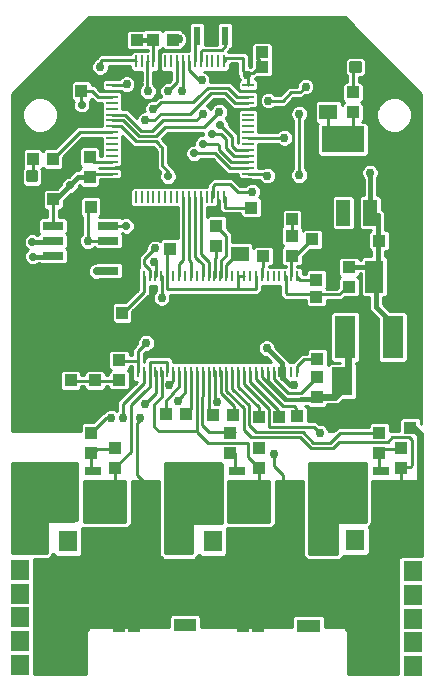
<source format=gtl>
G75*
%MOIN*%
%OFA0B0*%
%FSLAX24Y24*%
%IPPOS*%
%LPD*%
%AMOC8*
5,1,8,0,0,1.08239X$1,22.5*
%
%ADD10R,0.0098X0.0354*%
%ADD11R,0.2362X0.0800*%
%ADD12R,0.0515X0.0515*%
%ADD13R,0.0551X0.0276*%
%ADD14R,0.1693X0.1969*%
%ADD15R,0.0630X0.0709*%
%ADD16R,0.0433X0.0394*%
%ADD17R,0.0394X0.0433*%
%ADD18R,0.0591X0.0512*%
%ADD19R,0.0709X0.1417*%
%ADD20R,0.0709X0.0945*%
%ADD21R,0.0630X0.1063*%
%ADD22R,0.0087X0.0394*%
%ADD23R,0.0394X0.0087*%
%ADD24R,0.0480X0.0880*%
%ADD25R,0.1417X0.0866*%
%ADD26R,0.0630X0.0512*%
%ADD27C,0.0827*%
%ADD28R,0.0701X0.0283*%
%ADD29R,0.0413X0.0425*%
%ADD30C,0.0118*%
%ADD31R,0.0236X0.0630*%
%ADD32C,0.0160*%
%ADD33C,0.0100*%
%ADD34C,0.0298*%
%ADD35C,0.0098*%
%ADD36R,0.0396X0.0396*%
%ADD37C,0.0320*%
%ADD38C,0.0240*%
%ADD39C,0.0286*%
%ADD40C,0.0396*%
D10*
X005286Y013779D03*
X005483Y013779D03*
X005680Y013779D03*
X005876Y013779D03*
X006073Y013779D03*
X006270Y013779D03*
X006467Y013779D03*
X006664Y013779D03*
X006861Y013779D03*
X007057Y013779D03*
X007254Y013779D03*
X007451Y013779D03*
X007648Y013779D03*
X007845Y013779D03*
X008042Y013779D03*
X008239Y013779D03*
X008435Y013779D03*
X008632Y013779D03*
X008829Y013779D03*
X009026Y013779D03*
X009223Y013779D03*
X009420Y013779D03*
X009617Y013779D03*
X009813Y013779D03*
X010010Y013779D03*
X010207Y013779D03*
X010404Y013779D03*
X010601Y013779D03*
X010601Y016968D03*
X010404Y016968D03*
X010207Y016968D03*
X010010Y016968D03*
X009813Y016968D03*
X009617Y016968D03*
X009420Y016968D03*
X009223Y016968D03*
X009026Y016968D03*
X008829Y016968D03*
X008632Y016968D03*
X008435Y016968D03*
X008239Y016968D03*
X008042Y016968D03*
X007845Y016968D03*
X007648Y016968D03*
X007451Y016968D03*
X007254Y016968D03*
X007057Y016968D03*
X006861Y016968D03*
X006664Y016968D03*
X006467Y016968D03*
X006270Y016968D03*
X006073Y016968D03*
X005876Y016968D03*
X005680Y016968D03*
X005483Y016968D03*
X005286Y016968D03*
D11*
X007943Y015374D03*
D12*
X007943Y015374D03*
X008693Y015374D03*
X007193Y015374D03*
D13*
X008587Y010477D03*
X008587Y009977D03*
X008587Y009477D03*
X008587Y008977D03*
X013387Y008977D03*
X013387Y009477D03*
X013387Y009977D03*
X013387Y010477D03*
X003787Y010477D03*
X003787Y009977D03*
X003787Y009477D03*
X003787Y008977D03*
D14*
X002350Y009727D03*
X007150Y009727D03*
X011950Y009727D03*
D15*
X012531Y008175D03*
X013343Y007133D03*
X013343Y006345D03*
X013343Y005558D03*
X013343Y004771D03*
X013343Y003983D03*
X014446Y003983D03*
X014446Y004771D03*
X014446Y005558D03*
X014446Y006345D03*
X014446Y007133D03*
X013633Y008175D03*
X008886Y008135D03*
X007783Y008135D03*
X004063Y008128D03*
X002961Y008128D03*
X002457Y007172D03*
X002457Y006385D03*
X002457Y005597D03*
X002457Y004810D03*
X002457Y004023D03*
X001355Y004023D03*
X001355Y004810D03*
X001355Y005597D03*
X001355Y006385D03*
X001355Y007172D03*
D16*
X003743Y011092D03*
X003743Y011761D03*
X003863Y012830D03*
X003863Y013499D03*
X004665Y013504D03*
X004665Y014173D03*
X006235Y012382D03*
X006904Y012382D03*
X007789Y012342D03*
X008366Y011742D03*
X008458Y012342D03*
X008366Y011072D03*
X009343Y011261D03*
X009343Y010592D03*
X009324Y012283D03*
X009993Y012283D03*
X010586Y012306D03*
X011255Y012306D03*
X013343Y011761D03*
X013343Y011092D03*
X014065Y011261D03*
X014065Y010592D03*
X014369Y011927D03*
X014369Y012596D03*
X012325Y016609D03*
X012325Y017279D03*
X011772Y018195D03*
X011240Y017526D03*
X011240Y016856D03*
X011243Y016294D03*
X011243Y015625D03*
X010420Y017649D03*
X010420Y018319D03*
X011103Y018195D03*
X009742Y019254D03*
X009072Y019254D03*
X009464Y018312D03*
X009464Y017642D03*
X012457Y022428D03*
X012457Y023097D03*
X010094Y023938D03*
X010091Y024434D03*
X009422Y024434D03*
X009424Y023938D03*
X006453Y024856D03*
X005783Y024856D03*
X005272Y024849D03*
X004603Y024849D03*
X004543Y011261D03*
X004543Y010592D03*
X013337Y018156D03*
X014006Y018156D03*
D17*
X011271Y014892D03*
X011271Y014223D03*
X011264Y013624D03*
X011264Y012955D03*
X007909Y017988D03*
X007909Y018657D03*
X006359Y018551D03*
X006359Y017882D03*
X004769Y015754D03*
X004769Y015085D03*
X003050Y013496D03*
X003050Y012827D03*
X003680Y020279D03*
X003680Y020949D03*
X002457Y020873D03*
X001788Y020873D03*
X003406Y023140D03*
X003406Y023809D03*
X010429Y019533D03*
X010429Y018864D03*
D18*
X008682Y018461D03*
X008682Y017713D03*
D19*
X012209Y014945D03*
X013784Y014945D03*
D20*
X013696Y013465D03*
X012101Y013465D03*
D21*
X013174Y016957D03*
X014276Y016957D03*
X010394Y009527D03*
X009292Y009527D03*
X005594Y009527D03*
X004492Y009527D03*
D22*
X005219Y019604D03*
X005416Y019604D03*
X005613Y019604D03*
X005810Y019604D03*
X006006Y019604D03*
X006203Y019604D03*
X006400Y019604D03*
X006597Y019604D03*
X006794Y019604D03*
X006991Y019604D03*
X007188Y019604D03*
X007384Y019604D03*
X007581Y019604D03*
X007778Y019604D03*
X007975Y019604D03*
X008172Y019604D03*
X008172Y024132D03*
X007975Y024132D03*
X007778Y024132D03*
X007581Y024132D03*
X007384Y024132D03*
X007188Y024132D03*
X006991Y024132D03*
X006794Y024132D03*
X006597Y024132D03*
X006400Y024132D03*
X006203Y024132D03*
X006006Y024132D03*
X005810Y024132D03*
X005613Y024132D03*
X005416Y024132D03*
X005219Y024132D03*
D23*
X004432Y023344D03*
X004432Y023147D03*
X004432Y022951D03*
X004432Y022754D03*
X004432Y022557D03*
X004432Y022360D03*
X004432Y022163D03*
X004432Y021966D03*
X004432Y021769D03*
X004432Y021573D03*
X004432Y021376D03*
X004432Y021179D03*
X004432Y020982D03*
X004432Y020785D03*
X004432Y020588D03*
X004432Y020391D03*
X008959Y020391D03*
X008959Y020588D03*
X008959Y020785D03*
X008959Y020982D03*
X008959Y021179D03*
X008959Y021376D03*
X008959Y021573D03*
X008959Y021769D03*
X008959Y021966D03*
X008959Y022163D03*
X008959Y022360D03*
X008959Y022557D03*
X008959Y022754D03*
X008959Y022951D03*
X008959Y023147D03*
X008959Y023344D03*
D24*
X011221Y019092D03*
X012131Y019092D03*
X013041Y019092D03*
D25*
X012131Y021532D03*
D26*
X011641Y022456D03*
X011641Y023243D03*
D27*
X011466Y008176D03*
X006645Y008176D03*
X001745Y008176D03*
D28*
X002457Y017151D03*
X002457Y017651D03*
X002457Y018151D03*
X002457Y018651D03*
X004308Y018651D03*
X004308Y018151D03*
X004308Y017651D03*
X004308Y017151D03*
D29*
X004416Y019279D03*
X003727Y019279D03*
X002467Y019534D03*
X001778Y019534D03*
D30*
X001620Y020164D02*
X001620Y020440D01*
X001896Y020440D01*
X001896Y020164D01*
X001620Y020164D01*
X001620Y020281D02*
X001896Y020281D01*
X001896Y020398D02*
X001620Y020398D01*
X002310Y020440D02*
X002310Y020164D01*
X002310Y020440D02*
X002586Y020440D01*
X002586Y020164D01*
X002310Y020164D01*
X002310Y020281D02*
X002586Y020281D01*
X002586Y020398D02*
X002310Y020398D01*
X011994Y023806D02*
X011994Y024082D01*
X011994Y023806D02*
X011718Y023806D01*
X011718Y024082D01*
X011994Y024082D01*
X011994Y023923D02*
X011718Y023923D01*
X011718Y024040D02*
X011994Y024040D01*
X012685Y024082D02*
X012685Y023806D01*
X012409Y023806D01*
X012409Y024082D01*
X012685Y024082D01*
X012685Y023923D02*
X012409Y023923D01*
X012409Y024040D02*
X012685Y024040D01*
D31*
X008206Y024987D03*
X007733Y024987D03*
X007261Y024987D03*
D32*
X001870Y007497D02*
X001870Y003731D01*
X003516Y003731D01*
X003516Y005082D01*
X003559Y005185D01*
X003637Y005264D01*
X003740Y005307D01*
X006292Y005307D01*
X006292Y005622D01*
X006409Y005740D01*
X007325Y005740D01*
X007442Y005622D01*
X007442Y005307D01*
X010386Y005307D01*
X010386Y005603D01*
X010503Y005720D01*
X011459Y005720D01*
X011576Y005603D01*
X011576Y005307D01*
X012119Y005307D01*
X012222Y005264D01*
X012301Y005185D01*
X013931Y005185D01*
X013931Y005027D02*
X012344Y005027D01*
X012344Y005082D02*
X012301Y005185D01*
X012344Y005082D02*
X012344Y003731D01*
X013931Y003731D01*
X013931Y007570D01*
X014048Y007687D01*
X014737Y007687D01*
X014737Y010127D01*
X013131Y010127D01*
X013131Y008829D01*
X013132Y008776D01*
X013131Y008773D01*
X013131Y008770D01*
X013111Y008721D01*
X013092Y008672D01*
X013090Y008670D01*
X013089Y008667D01*
X013051Y008630D01*
X013040Y008618D01*
X013046Y008612D01*
X013046Y007737D01*
X012929Y007620D01*
X012158Y007620D01*
X012144Y007585D01*
X012065Y007506D01*
X011962Y007463D01*
X010988Y007463D01*
X010885Y007506D01*
X010806Y007585D01*
X010763Y007687D01*
X010763Y010127D01*
X009923Y010127D01*
X009923Y008771D01*
X009881Y008668D01*
X009802Y008589D01*
X009699Y008547D01*
X008298Y008547D01*
X008298Y007698D01*
X008181Y007581D01*
X007386Y007581D01*
X007319Y007647D01*
X007301Y007604D01*
X007222Y007525D01*
X007119Y007483D01*
X006188Y007483D01*
X006085Y007525D01*
X006006Y007604D01*
X005963Y007707D01*
X005963Y010127D01*
X005123Y010127D01*
X005123Y008771D01*
X005081Y008668D01*
X005002Y008589D01*
X004899Y008547D01*
X003488Y008547D01*
X003476Y008552D01*
X003476Y007691D01*
X003358Y007574D01*
X002563Y007574D01*
X002475Y007662D01*
X002461Y007628D01*
X002459Y007626D01*
X002459Y007624D01*
X002421Y007586D01*
X002384Y007548D01*
X002381Y007547D01*
X002380Y007545D01*
X002330Y007525D01*
X002281Y007503D01*
X002279Y007503D01*
X002277Y007502D01*
X002223Y007502D01*
X001870Y007497D01*
X001870Y007404D02*
X013931Y007404D01*
X013931Y007246D02*
X001870Y007246D01*
X001870Y007087D02*
X013931Y007087D01*
X013931Y006929D02*
X001870Y006929D01*
X001870Y006770D02*
X013931Y006770D01*
X013931Y006612D02*
X001870Y006612D01*
X001870Y006453D02*
X013931Y006453D01*
X013931Y006295D02*
X001870Y006295D01*
X001870Y006136D02*
X013931Y006136D01*
X013931Y005978D02*
X001870Y005978D01*
X001870Y005819D02*
X013931Y005819D01*
X013931Y005661D02*
X011518Y005661D01*
X011576Y005502D02*
X013931Y005502D01*
X013931Y005344D02*
X011576Y005344D01*
X012344Y004868D02*
X013931Y004868D01*
X013931Y004710D02*
X012344Y004710D01*
X012344Y004551D02*
X013931Y004551D01*
X013931Y004393D02*
X012344Y004393D01*
X012344Y004234D02*
X013931Y004234D01*
X013931Y004076D02*
X012344Y004076D01*
X012344Y003917D02*
X013931Y003917D01*
X013931Y003759D02*
X012344Y003759D01*
X010386Y005344D02*
X007442Y005344D01*
X007442Y005502D02*
X010386Y005502D01*
X010444Y005661D02*
X007404Y005661D01*
X006330Y005661D02*
X001870Y005661D01*
X001870Y005502D02*
X006292Y005502D01*
X006292Y005344D02*
X001870Y005344D01*
X001870Y005185D02*
X003559Y005185D01*
X003516Y005027D02*
X001870Y005027D01*
X001870Y004868D02*
X003516Y004868D01*
X003516Y004710D02*
X001870Y004710D01*
X001870Y004551D02*
X003516Y004551D01*
X003516Y004393D02*
X001870Y004393D01*
X001870Y004234D02*
X003516Y004234D01*
X003516Y004076D02*
X001870Y004076D01*
X001870Y003917D02*
X003516Y003917D01*
X003516Y003759D02*
X001870Y003759D01*
X002398Y007563D02*
X006048Y007563D01*
X005963Y007721D02*
X003476Y007721D01*
X003476Y007880D02*
X005963Y007880D01*
X005963Y008038D02*
X003476Y008038D01*
X003476Y008197D02*
X005963Y008197D01*
X005963Y008355D02*
X003476Y008355D01*
X003476Y008514D02*
X005963Y008514D01*
X005963Y008672D02*
X005082Y008672D01*
X005123Y008831D02*
X005963Y008831D01*
X005963Y008989D02*
X005123Y008989D01*
X005123Y009148D02*
X005963Y009148D01*
X005963Y009306D02*
X005123Y009306D01*
X005123Y009465D02*
X005963Y009465D01*
X005963Y009623D02*
X005123Y009623D01*
X005123Y009782D02*
X005963Y009782D01*
X005963Y009940D02*
X005123Y009940D01*
X005123Y010099D02*
X005963Y010099D01*
X006243Y010099D02*
X008048Y010099D01*
X008048Y010257D02*
X006243Y010257D01*
X006243Y010416D02*
X008048Y010416D01*
X008048Y010574D02*
X006243Y010574D01*
X006243Y010727D02*
X008016Y010727D01*
X008048Y010694D01*
X008048Y008767D01*
X007064Y008767D01*
X007064Y007763D01*
X006243Y007763D01*
X006243Y010727D01*
X006243Y009940D02*
X008048Y009940D01*
X008048Y009782D02*
X006243Y009782D01*
X006243Y009623D02*
X008048Y009623D01*
X008048Y009465D02*
X006243Y009465D01*
X006243Y009306D02*
X008048Y009306D01*
X008048Y009148D02*
X006243Y009148D01*
X006243Y008989D02*
X008048Y008989D01*
X008048Y008831D02*
X006243Y008831D01*
X006243Y008672D02*
X007064Y008672D01*
X007064Y008514D02*
X006243Y008514D01*
X006243Y008355D02*
X007064Y008355D01*
X007064Y008197D02*
X006243Y008197D01*
X006243Y008038D02*
X007064Y008038D01*
X007064Y007880D02*
X006243Y007880D01*
X007260Y007563D02*
X010828Y007563D01*
X010763Y007721D02*
X008298Y007721D01*
X008298Y007880D02*
X010763Y007880D01*
X010763Y008038D02*
X008298Y008038D01*
X008298Y008197D02*
X010763Y008197D01*
X010763Y008355D02*
X008298Y008355D01*
X008298Y008514D02*
X010763Y008514D01*
X010763Y008672D02*
X009882Y008672D01*
X009923Y008831D02*
X010763Y008831D01*
X010763Y008989D02*
X009923Y008989D01*
X009923Y009148D02*
X010763Y009148D01*
X010763Y009306D02*
X009923Y009306D01*
X009923Y009465D02*
X010763Y009465D01*
X010763Y009623D02*
X009923Y009623D01*
X009923Y009782D02*
X010763Y009782D01*
X010763Y009940D02*
X009923Y009940D01*
X009923Y010099D02*
X010763Y010099D01*
X011043Y010099D02*
X012851Y010099D01*
X012851Y010257D02*
X011043Y010257D01*
X011043Y010416D02*
X012851Y010416D01*
X012851Y010574D02*
X011043Y010574D01*
X011043Y010727D02*
X012851Y010727D01*
X012851Y008826D01*
X011906Y008806D01*
X011906Y007743D01*
X011043Y007743D01*
X011043Y010727D01*
X011043Y009940D02*
X012851Y009940D01*
X012851Y009782D02*
X011043Y009782D01*
X011043Y009623D02*
X012851Y009623D01*
X012851Y009465D02*
X011043Y009465D01*
X011043Y009306D02*
X012851Y009306D01*
X012851Y009148D02*
X011043Y009148D01*
X011043Y008989D02*
X012851Y008989D01*
X012851Y008831D02*
X011043Y008831D01*
X011043Y008672D02*
X011906Y008672D01*
X011906Y008514D02*
X011043Y008514D01*
X011043Y008355D02*
X011906Y008355D01*
X011906Y008197D02*
X011043Y008197D01*
X011043Y008038D02*
X011906Y008038D01*
X011906Y007880D02*
X011043Y007880D01*
X012122Y007563D02*
X013931Y007563D01*
X014737Y007721D02*
X013029Y007721D01*
X013046Y007880D02*
X014737Y007880D01*
X014737Y008038D02*
X013046Y008038D01*
X013046Y008197D02*
X014737Y008197D01*
X014737Y008355D02*
X013046Y008355D01*
X013046Y008514D02*
X014737Y008514D01*
X014737Y008672D02*
X013092Y008672D01*
X013131Y008831D02*
X014737Y008831D01*
X014737Y008989D02*
X013131Y008989D01*
X013131Y009148D02*
X014737Y009148D01*
X014737Y009306D02*
X013131Y009306D01*
X013131Y009465D02*
X014737Y009465D01*
X014737Y009623D02*
X013131Y009623D01*
X013131Y009782D02*
X014737Y009782D01*
X014737Y009940D02*
X013131Y009940D01*
X013131Y010099D02*
X014737Y010099D01*
X013737Y015204D02*
X013737Y015440D01*
X013225Y015952D01*
X013225Y016680D01*
X012969Y017290D01*
X013304Y017231D01*
X013294Y018176D01*
X013294Y018995D01*
X013041Y019092D01*
X013041Y020137D01*
X013028Y020420D01*
X012969Y017290D02*
X012339Y017290D01*
X009583Y014574D02*
X010095Y014062D01*
X010095Y013609D01*
X010371Y013334D01*
X010509Y013334D01*
X010095Y013570D02*
X010095Y013609D01*
X009643Y010127D02*
X008343Y010127D01*
X008343Y008827D01*
X009643Y008827D01*
X009643Y010127D01*
X009643Y010099D02*
X008343Y010099D01*
X008343Y009940D02*
X009643Y009940D01*
X009643Y009782D02*
X008343Y009782D01*
X008343Y009623D02*
X009643Y009623D01*
X009643Y009465D02*
X008343Y009465D01*
X008343Y009306D02*
X009643Y009306D01*
X009643Y009148D02*
X008343Y009148D01*
X008343Y008989D02*
X009643Y008989D01*
X009643Y008831D02*
X008343Y008831D01*
X004843Y008831D02*
X003543Y008831D01*
X003543Y008827D02*
X003543Y010127D01*
X004843Y010127D01*
X004843Y008827D01*
X003543Y008827D01*
X003543Y008989D02*
X004843Y008989D01*
X004843Y009148D02*
X003543Y009148D01*
X003543Y009306D02*
X004843Y009306D01*
X004843Y009465D02*
X003543Y009465D01*
X003543Y009623D02*
X004843Y009623D01*
X004843Y009782D02*
X003543Y009782D01*
X003543Y009940D02*
X004843Y009940D01*
X004843Y010099D02*
X003543Y010099D01*
X003245Y010099D02*
X001123Y010099D01*
X001123Y010257D02*
X003245Y010257D01*
X003245Y010416D02*
X001123Y010416D01*
X001123Y010574D02*
X003245Y010574D01*
X003245Y010727D02*
X003245Y008865D01*
X002418Y008865D01*
X002221Y008845D01*
X002221Y007782D01*
X001123Y007766D01*
X001123Y010727D01*
X003245Y010727D01*
X003245Y009940D02*
X001123Y009940D01*
X001123Y009782D02*
X003245Y009782D01*
X003245Y009623D02*
X001123Y009623D01*
X001123Y009465D02*
X003245Y009465D01*
X003245Y009306D02*
X001123Y009306D01*
X001123Y009148D02*
X003245Y009148D01*
X003245Y008989D02*
X001123Y008989D01*
X001123Y008831D02*
X002221Y008831D01*
X002221Y008672D02*
X001123Y008672D01*
X001123Y008514D02*
X002221Y008514D01*
X002221Y008355D02*
X001123Y008355D01*
X001123Y008197D02*
X002221Y008197D01*
X002221Y008038D02*
X001123Y008038D01*
X001123Y007880D02*
X002221Y007880D01*
X002432Y017625D02*
X001788Y017625D01*
X001769Y018117D02*
X002424Y018117D01*
X002457Y018151D01*
X002457Y017651D02*
X002432Y017625D01*
X002467Y019534D02*
X002556Y019534D01*
X003028Y020007D01*
X003301Y020279D01*
X003680Y020279D01*
X005272Y024849D02*
X005783Y024849D01*
X005783Y024856D01*
X009052Y019259D02*
X009127Y019259D01*
X009072Y019254D01*
D33*
X009052Y019259D02*
X008186Y019259D01*
X008186Y019594D01*
X007984Y019518D02*
X007984Y019347D01*
X007991Y019340D01*
X007991Y019178D01*
X008105Y019064D01*
X008711Y019064D01*
X008711Y018997D01*
X008796Y018913D01*
X009349Y018913D01*
X009433Y018997D01*
X009433Y019511D01*
X009349Y019595D01*
X009331Y019595D01*
X009360Y019624D01*
X009404Y019732D01*
X009404Y019849D01*
X009360Y019957D01*
X009277Y020039D01*
X009169Y020084D01*
X009053Y020084D01*
X008945Y020039D01*
X008891Y019985D01*
X008699Y019985D01*
X008557Y020127D01*
X008444Y020241D01*
X007790Y020241D01*
X007676Y020127D01*
X007676Y020127D01*
X007598Y020048D01*
X007598Y019945D01*
X005116Y019945D01*
X005031Y019861D01*
X005031Y019347D01*
X005116Y019263D01*
X006613Y019263D01*
X006613Y018243D01*
X006102Y018243D01*
X006018Y018158D01*
X006018Y018154D01*
X005921Y018194D01*
X005805Y018194D01*
X005697Y018149D01*
X005614Y018067D01*
X005570Y017959D01*
X005570Y017882D01*
X005428Y017741D01*
X005314Y017627D01*
X005314Y017289D01*
X005343Y017260D01*
X005289Y017205D01*
X005289Y016731D01*
X005294Y016726D01*
X005294Y016526D01*
X004870Y016115D01*
X004513Y016115D01*
X004428Y016031D01*
X004428Y015478D01*
X004513Y015393D01*
X005026Y015393D01*
X005111Y015478D01*
X005111Y015807D01*
X005568Y016249D01*
X005570Y016249D01*
X005625Y016305D01*
X005682Y016360D01*
X005682Y016362D01*
X005683Y016363D01*
X005683Y016442D01*
X005685Y016521D01*
X005683Y016523D01*
X005683Y016647D01*
X005885Y016647D01*
X005885Y016467D01*
X005831Y016413D01*
X005786Y016305D01*
X005786Y016189D01*
X005831Y016081D01*
X005913Y015998D01*
X006021Y015954D01*
X006138Y015954D01*
X006246Y015998D01*
X006328Y016081D01*
X006373Y016189D01*
X006373Y016305D01*
X006355Y016348D01*
X009310Y016348D01*
X009424Y016462D01*
X009424Y016647D01*
X010019Y016647D01*
X010019Y016344D01*
X010078Y016285D01*
X010192Y016171D01*
X010882Y016171D01*
X010882Y016038D01*
X010967Y015953D01*
X011520Y015953D01*
X011604Y016038D01*
X011604Y016171D01*
X011974Y016171D01*
X012044Y016163D01*
X012053Y016171D01*
X012066Y016171D01*
X012115Y016220D01*
X012175Y016268D01*
X012602Y016268D01*
X012686Y016353D01*
X012686Y016866D01*
X012608Y016944D01*
X012686Y017022D01*
X012686Y017066D01*
X012715Y017066D01*
X012715Y016366D01*
X012799Y016281D01*
X013001Y016281D01*
X013001Y015859D01*
X013132Y015727D01*
X013285Y015574D01*
X013285Y014177D01*
X013370Y014092D01*
X014198Y014092D01*
X014283Y014177D01*
X014283Y015714D01*
X014198Y015799D01*
X013696Y015799D01*
X013450Y016045D01*
X013450Y016281D01*
X013549Y016281D01*
X013633Y016366D01*
X013633Y017549D01*
X013549Y017633D01*
X013524Y017633D01*
X013522Y017815D01*
X013613Y017815D01*
X013698Y017900D01*
X013698Y018413D01*
X013613Y018498D01*
X013519Y018498D01*
X013519Y018954D01*
X013537Y019003D01*
X013519Y019043D01*
X013519Y019088D01*
X013482Y019125D01*
X013461Y019172D01*
X013425Y019186D01*
X013425Y019591D01*
X013340Y019676D01*
X013265Y019676D01*
X013265Y020050D01*
X013269Y020054D01*
X013265Y020142D01*
X013265Y020230D01*
X013261Y020234D01*
X013261Y020238D01*
X013277Y020254D01*
X013322Y020362D01*
X013322Y020479D01*
X013277Y020586D01*
X013195Y020669D01*
X013087Y020714D01*
X012970Y020714D01*
X012862Y020669D01*
X012780Y020586D01*
X012735Y020479D01*
X012735Y020362D01*
X012780Y020254D01*
X012812Y020221D01*
X012816Y020132D01*
X012816Y019676D01*
X012741Y019676D01*
X012656Y019591D01*
X012656Y018592D01*
X012741Y018507D01*
X013070Y018507D01*
X013070Y018498D01*
X013061Y018498D01*
X012976Y018413D01*
X012976Y017900D01*
X013061Y017815D01*
X013073Y017815D01*
X013075Y017633D01*
X012799Y017633D01*
X012715Y017549D01*
X012715Y017515D01*
X012686Y017515D01*
X012686Y017535D01*
X012602Y017620D01*
X012049Y017620D01*
X011964Y017535D01*
X011964Y017022D01*
X012042Y016944D01*
X011964Y016866D01*
X011964Y016598D01*
X011917Y016560D01*
X011596Y016560D01*
X011578Y016577D01*
X011601Y016600D01*
X011601Y017113D01*
X011517Y017198D01*
X010964Y017198D01*
X010879Y017113D01*
X010879Y017052D01*
X010798Y017052D01*
X010794Y017055D01*
X010794Y017205D01*
X010710Y017290D01*
X010605Y017290D01*
X010605Y017308D01*
X010697Y017308D01*
X010781Y017393D01*
X010781Y017623D01*
X011012Y017854D01*
X011380Y017854D01*
X011464Y017938D01*
X011464Y018452D01*
X011380Y018536D01*
X010827Y018536D01*
X010781Y018491D01*
X010781Y018575D01*
X010770Y018587D01*
X010770Y018587D01*
X010770Y019140D01*
X010686Y019225D01*
X010172Y019225D01*
X010088Y019140D01*
X010088Y018604D01*
X010059Y018575D01*
X010059Y018062D01*
X010137Y017984D01*
X010059Y017906D01*
X010059Y017393D01*
X010144Y017308D01*
X010216Y017308D01*
X010216Y017290D01*
X009660Y017290D01*
X009660Y017301D01*
X009740Y017301D01*
X009825Y017386D01*
X009825Y017899D01*
X009740Y017984D01*
X009187Y017984D01*
X009122Y017918D01*
X009122Y018029D01*
X009037Y018114D01*
X008439Y018114D01*
X008439Y018395D01*
X008325Y018508D01*
X008251Y018583D01*
X008251Y018934D01*
X008166Y019018D01*
X007653Y019018D01*
X007593Y018958D01*
X007593Y019263D01*
X007881Y019263D01*
X007966Y019347D01*
X007966Y019517D01*
X007978Y019529D01*
X007978Y019524D01*
X007984Y019518D01*
X007984Y019506D02*
X007966Y019506D01*
X007966Y019408D02*
X007984Y019408D01*
X007991Y019309D02*
X007928Y019309D01*
X007991Y019211D02*
X007593Y019211D01*
X007593Y019112D02*
X008058Y019112D01*
X008171Y019014D02*
X008711Y019014D01*
X008794Y018915D02*
X008251Y018915D01*
X008251Y018817D02*
X010088Y018817D01*
X010088Y018915D02*
X009351Y018915D01*
X009433Y019014D02*
X010088Y019014D01*
X010088Y019112D02*
X009433Y019112D01*
X009433Y019211D02*
X010158Y019211D01*
X010430Y018865D02*
X010430Y018334D01*
X010410Y018314D01*
X010059Y018324D02*
X008439Y018324D01*
X008439Y018226D02*
X010059Y018226D01*
X010059Y018127D02*
X008439Y018127D01*
X008245Y018314D02*
X008245Y017664D01*
X008048Y017468D01*
X008048Y016956D01*
X007851Y016956D02*
X007851Y017546D01*
X007910Y017605D01*
X007910Y017979D01*
X008245Y018314D02*
X007910Y018649D01*
X007648Y019014D02*
X007593Y019014D01*
X007398Y019594D02*
X007398Y017704D01*
X007517Y017586D01*
X007536Y017566D01*
X007654Y017448D01*
X007654Y016956D01*
X007457Y016975D02*
X007457Y017369D01*
X007339Y017487D01*
X007202Y017625D01*
X007202Y019594D01*
X007005Y019594D02*
X007005Y017507D01*
X007064Y017448D01*
X007064Y016956D01*
X006670Y016975D02*
X006670Y017389D01*
X006808Y017527D01*
X006808Y019594D01*
X006613Y019211D02*
X004078Y019211D01*
X004078Y019309D02*
X005070Y019309D01*
X005031Y019408D02*
X004078Y019408D01*
X004078Y019506D02*
X005031Y019506D01*
X005031Y019605D02*
X004025Y019605D01*
X003994Y019636D02*
X003461Y019636D01*
X003376Y019551D01*
X003376Y019006D01*
X003424Y018958D01*
X003424Y018357D01*
X003370Y018303D01*
X003326Y018195D01*
X003326Y018078D01*
X003370Y017971D01*
X003453Y017888D01*
X003561Y017843D01*
X003677Y017843D01*
X003785Y017888D01*
X003829Y017933D01*
X003898Y017864D01*
X004718Y017864D01*
X004803Y017949D01*
X004803Y018352D01*
X004760Y018395D01*
X004841Y018361D01*
X004956Y018361D01*
X005061Y018405D01*
X005142Y018486D01*
X005186Y018591D01*
X005186Y018706D01*
X005142Y018811D01*
X005061Y018892D01*
X004956Y018936D01*
X004841Y018936D01*
X004755Y018900D01*
X004718Y018937D01*
X004009Y018937D01*
X004078Y019006D01*
X004078Y019551D01*
X003994Y019636D01*
X003936Y019918D02*
X004021Y020003D01*
X004021Y020197D01*
X004512Y020197D01*
X004519Y020204D01*
X004688Y020204D01*
X004773Y020288D01*
X004773Y020495D01*
X004688Y020579D01*
X004519Y020579D01*
X004512Y020586D01*
X003991Y020586D01*
X003986Y020591D01*
X004512Y020591D01*
X004519Y020597D01*
X004688Y020597D01*
X004773Y020682D01*
X004773Y021649D01*
X005039Y021383D01*
X005153Y021269D01*
X005802Y021269D01*
X005914Y021157D01*
X005914Y020577D01*
X006044Y020446D01*
X006009Y020359D01*
X006009Y020245D01*
X006052Y020139D01*
X006133Y020058D01*
X006239Y020015D01*
X006353Y020015D01*
X006459Y020058D01*
X006540Y020139D01*
X006584Y020245D01*
X006584Y020359D01*
X006540Y020465D01*
X006491Y020514D01*
X006491Y020550D01*
X006303Y020738D01*
X006303Y021319D01*
X006215Y021406D01*
X006215Y021406D01*
X006079Y021542D01*
X006097Y021560D01*
X006097Y021564D01*
X006282Y021761D01*
X007467Y021761D01*
X007465Y021757D01*
X007465Y021672D01*
X007400Y021672D01*
X007295Y021629D01*
X007214Y021548D01*
X007170Y021442D01*
X007170Y021357D01*
X007105Y021357D01*
X006999Y021314D01*
X006918Y021233D01*
X006875Y021127D01*
X006875Y021013D01*
X006918Y020907D01*
X006999Y020826D01*
X007105Y020782D01*
X007219Y020782D01*
X007325Y020826D01*
X007374Y020875D01*
X007790Y020875D01*
X008272Y020394D01*
X008618Y020394D01*
X008618Y020288D01*
X008703Y020204D01*
X008870Y020204D01*
X008875Y020199D01*
X009341Y020189D01*
X009354Y020156D01*
X009437Y020073D01*
X009545Y020028D01*
X009662Y020028D01*
X009769Y020073D01*
X009852Y020156D01*
X009897Y020263D01*
X009897Y020380D01*
X009852Y020488D01*
X009769Y020571D01*
X009662Y020615D01*
X009545Y020615D01*
X009475Y020586D01*
X009463Y020591D01*
X009426Y020576D01*
X009301Y020579D01*
X009301Y021387D01*
X009954Y021387D01*
X010008Y021333D01*
X010116Y021288D01*
X010232Y021288D01*
X010340Y021333D01*
X010423Y021416D01*
X010467Y021523D01*
X010467Y021640D01*
X010423Y021748D01*
X010340Y021830D01*
X010232Y021875D01*
X010116Y021875D01*
X010008Y021830D01*
X009954Y021776D01*
X009301Y021776D01*
X009301Y022463D01*
X009216Y022548D01*
X008703Y022548D01*
X008618Y022463D01*
X008618Y021405D01*
X008617Y021406D01*
X008617Y021702D01*
X008316Y022002D01*
X008316Y022072D01*
X008272Y022178D01*
X008213Y022237D01*
X008257Y022282D01*
X008302Y022389D01*
X008302Y022506D01*
X008257Y022614D01*
X008175Y022697D01*
X008067Y022741D01*
X007950Y022741D01*
X007842Y022697D01*
X007760Y022614D01*
X007731Y022543D01*
X007726Y022555D01*
X007643Y022637D01*
X007592Y022659D01*
X007601Y022668D01*
X007601Y022671D01*
X007814Y022883D01*
X008125Y022883D01*
X008449Y022559D01*
X009040Y022559D01*
X009046Y022566D01*
X009216Y022566D01*
X009301Y022651D01*
X009301Y023054D01*
X009216Y023138D01*
X009046Y023138D01*
X009040Y023145D01*
X008689Y023145D01*
X008498Y023335D01*
X008384Y023449D01*
X007710Y023449D01*
X007711Y023452D01*
X007711Y023569D01*
X007667Y023677D01*
X007584Y023760D01*
X007510Y023790D01*
X008275Y023790D01*
X008360Y023875D01*
X008360Y024031D01*
X008380Y024051D01*
X008380Y024059D01*
X008380Y024060D01*
X008380Y024064D01*
X008602Y024064D01*
X008602Y023726D01*
X008640Y023688D01*
X008640Y023610D01*
X008681Y023511D01*
X008618Y023447D01*
X008618Y023241D01*
X008703Y023156D01*
X008872Y023156D01*
X008879Y023150D01*
X009040Y023150D01*
X009046Y023156D01*
X009216Y023156D01*
X009301Y023241D01*
X009301Y023447D01*
X009216Y023532D01*
X009195Y023532D01*
X009208Y023562D01*
X009221Y023562D01*
X009256Y023597D01*
X009701Y023597D01*
X009785Y023682D01*
X009785Y024195D01*
X009783Y024197D01*
X009783Y024691D01*
X009698Y024776D01*
X009146Y024776D01*
X009061Y024691D01*
X009061Y024330D01*
X009059Y024327D01*
X009061Y024280D01*
X009047Y024235D01*
X009061Y024209D01*
X009061Y024178D01*
X009063Y024175D01*
X009063Y023955D01*
X009060Y023951D01*
X009017Y023951D01*
X008992Y023962D01*
X008990Y023962D01*
X008990Y024178D01*
X008991Y024178D01*
X008991Y024339D01*
X008877Y024453D01*
X008297Y024453D01*
X008332Y024502D01*
X008360Y024528D01*
X008383Y024528D01*
X008468Y024612D01*
X008468Y025362D01*
X008383Y025447D01*
X008028Y025447D01*
X007943Y025362D01*
X007943Y024690D01*
X007523Y024690D01*
X007523Y025362D01*
X007439Y025447D01*
X007083Y025447D01*
X006998Y025362D01*
X006998Y025028D01*
X006993Y025023D01*
X006993Y024965D01*
X006980Y024909D01*
X006993Y024887D01*
X006993Y024473D01*
X006100Y024473D01*
X006016Y024388D01*
X006016Y023875D01*
X006100Y023790D01*
X006403Y023790D01*
X006403Y023518D01*
X006314Y023430D01*
X006238Y023430D01*
X006130Y023386D01*
X006047Y023303D01*
X006003Y023195D01*
X006003Y023078D01*
X006047Y022971D01*
X006061Y022957D01*
X005979Y022957D01*
X005865Y022843D01*
X005862Y022840D01*
X005746Y022840D01*
X005638Y022795D01*
X005555Y022712D01*
X005511Y022605D01*
X005511Y022488D01*
X005520Y022466D01*
X005470Y022466D01*
X005362Y022421D01*
X005280Y022338D01*
X005246Y022257D01*
X004949Y022554D01*
X004773Y022554D01*
X004773Y023054D01*
X004688Y023138D01*
X004519Y023138D01*
X004512Y023145D01*
X004043Y023145D01*
X003971Y023217D01*
X003857Y023331D01*
X003747Y023331D01*
X003747Y023416D01*
X003662Y023501D01*
X003149Y023501D01*
X003064Y023416D01*
X003064Y022864D01*
X003149Y022779D01*
X003150Y022779D01*
X003135Y022741D01*
X003135Y022627D01*
X003178Y022521D01*
X003259Y022440D01*
X003365Y022397D01*
X003479Y022397D01*
X003585Y022440D01*
X003666Y022521D01*
X003710Y022627D01*
X003710Y022741D01*
X003685Y022801D01*
X003747Y022864D01*
X003747Y022891D01*
X003882Y022756D01*
X004090Y022756D01*
X004090Y021964D01*
X003273Y021964D01*
X002543Y021234D01*
X002201Y021234D01*
X002123Y021156D01*
X002045Y021234D01*
X001531Y021234D01*
X001447Y021149D01*
X001447Y020597D01*
X001468Y020576D01*
X001417Y020524D01*
X001417Y020080D01*
X001536Y019961D01*
X001980Y019961D01*
X002099Y020080D01*
X002099Y020524D01*
X002078Y020545D01*
X002123Y020590D01*
X002201Y020512D01*
X002714Y020512D01*
X002799Y020597D01*
X002799Y020939D01*
X003434Y021575D01*
X004090Y021575D01*
X004090Y020980D01*
X004021Y020980D01*
X004021Y021225D01*
X003936Y021310D01*
X003423Y021310D01*
X003338Y021225D01*
X003338Y020672D01*
X003396Y020614D01*
X003338Y020556D01*
X003338Y020504D01*
X003208Y020504D01*
X002998Y020294D01*
X002971Y020294D01*
X002866Y020251D01*
X002785Y020170D01*
X002741Y020064D01*
X002741Y020037D01*
X002596Y019892D01*
X002201Y019892D01*
X002116Y019807D01*
X002116Y019262D01*
X002201Y019177D01*
X002263Y019177D01*
X002263Y019173D01*
X002261Y019095D01*
X002263Y019093D01*
X002263Y018937D01*
X002047Y018937D01*
X001963Y018852D01*
X001963Y018449D01*
X002011Y018401D01*
X001963Y018352D01*
X001963Y018342D01*
X001951Y018342D01*
X001931Y018361D01*
X001826Y018405D01*
X001711Y018405D01*
X001606Y018361D01*
X001525Y018280D01*
X001481Y018174D01*
X001481Y018060D01*
X001525Y017954D01*
X001606Y017873D01*
X001623Y017866D01*
X001544Y017788D01*
X001501Y017682D01*
X001501Y017568D01*
X001544Y017462D01*
X001625Y017381D01*
X001731Y017338D01*
X001845Y017338D01*
X001951Y017381D01*
X001970Y017401D01*
X002011Y017401D01*
X002047Y017364D01*
X002868Y017364D01*
X002952Y017449D01*
X002952Y017852D01*
X002904Y017901D01*
X002952Y017949D01*
X002952Y018352D01*
X002904Y018401D01*
X002952Y018449D01*
X002952Y018852D01*
X002868Y018937D01*
X002652Y018937D01*
X002652Y019168D01*
X002652Y019177D01*
X002734Y019177D01*
X002819Y019262D01*
X002819Y019480D01*
X003058Y019719D01*
X003086Y019719D01*
X003191Y019763D01*
X003272Y019844D01*
X003316Y019950D01*
X003316Y019977D01*
X003340Y020001D01*
X003423Y019918D01*
X003936Y019918D01*
X004017Y019999D02*
X007598Y019999D01*
X007647Y020097D02*
X006498Y020097D01*
X006563Y020196D02*
X007745Y020196D01*
X007871Y020046D02*
X007792Y019968D01*
X007792Y019618D01*
X007778Y019604D01*
X007871Y020046D02*
X008363Y020046D01*
X008619Y019790D01*
X009111Y019790D01*
X008904Y019999D02*
X008686Y019999D01*
X008587Y020097D02*
X009413Y020097D01*
X009318Y019999D02*
X012816Y019999D01*
X012816Y020097D02*
X010837Y020097D01*
X010832Y020093D02*
X010915Y020175D01*
X010960Y020283D01*
X010960Y020400D01*
X010915Y020508D01*
X010861Y020562D01*
X010861Y022168D01*
X010915Y022223D01*
X010960Y022330D01*
X010960Y022447D01*
X010915Y022555D01*
X010832Y022637D01*
X010724Y022682D01*
X010608Y022682D01*
X010500Y022637D01*
X010417Y022555D01*
X010373Y022447D01*
X010373Y022330D01*
X010417Y022223D01*
X010472Y022168D01*
X010472Y020562D01*
X010417Y020508D01*
X010373Y020400D01*
X010373Y020283D01*
X010417Y020175D01*
X010500Y020093D01*
X010608Y020048D01*
X010724Y020048D01*
X010832Y020093D01*
X010923Y020196D02*
X012813Y020196D01*
X012763Y020294D02*
X010960Y020294D01*
X010960Y020393D02*
X012735Y020393D01*
X012740Y020491D02*
X010922Y020491D01*
X010861Y020590D02*
X012783Y020590D01*
X012908Y020688D02*
X010861Y020688D01*
X010861Y020787D02*
X014741Y020787D01*
X014741Y020885D02*
X010861Y020885D01*
X010861Y020984D02*
X011333Y020984D01*
X011362Y020954D02*
X012899Y020954D01*
X012984Y021039D01*
X012984Y022025D01*
X012899Y022109D01*
X012756Y022109D01*
X012819Y022171D01*
X012819Y022685D01*
X012741Y022763D01*
X012819Y022841D01*
X012819Y023354D01*
X012734Y023439D01*
X012652Y023439D01*
X012652Y023603D01*
X012769Y023603D01*
X012888Y023722D01*
X012888Y024166D01*
X012769Y024285D01*
X012325Y024285D01*
X012206Y024166D01*
X012206Y023722D01*
X012263Y023664D01*
X012263Y023439D01*
X012181Y023439D01*
X012096Y023354D01*
X012096Y022841D01*
X012174Y022763D01*
X012100Y022689D01*
X012100Y022771D01*
X012016Y022856D01*
X011266Y022856D01*
X011181Y022771D01*
X011181Y022140D01*
X011266Y022055D01*
X011308Y022055D01*
X011278Y022025D01*
X011278Y021039D01*
X011362Y020954D01*
X011278Y021082D02*
X010861Y021082D01*
X010861Y021181D02*
X011278Y021181D01*
X011278Y021279D02*
X010861Y021279D01*
X010861Y021378D02*
X011278Y021378D01*
X011278Y021476D02*
X010861Y021476D01*
X010861Y021575D02*
X011278Y021575D01*
X011278Y021673D02*
X010861Y021673D01*
X010861Y021772D02*
X011278Y021772D01*
X011278Y021870D02*
X010861Y021870D01*
X010861Y021969D02*
X011278Y021969D01*
X011254Y022067D02*
X010861Y022067D01*
X010861Y022166D02*
X011181Y022166D01*
X011181Y022264D02*
X010932Y022264D01*
X010960Y022363D02*
X011181Y022363D01*
X011181Y022461D02*
X010954Y022461D01*
X010910Y022560D02*
X011181Y022560D01*
X011181Y022658D02*
X010783Y022658D01*
X010550Y022658D02*
X010226Y022658D01*
X010196Y022627D02*
X010471Y022903D01*
X010766Y022903D01*
X010864Y023001D01*
X010941Y023001D01*
X011049Y023046D01*
X011131Y023128D01*
X011176Y023236D01*
X011176Y023353D01*
X011131Y023460D01*
X011049Y023543D01*
X010941Y023588D01*
X010824Y023588D01*
X010716Y023543D01*
X010634Y023460D01*
X010589Y023353D01*
X010589Y023292D01*
X010310Y023292D01*
X010196Y023178D01*
X010034Y023016D01*
X009863Y023016D01*
X009809Y023071D01*
X009701Y023115D01*
X009584Y023115D01*
X009476Y023071D01*
X009394Y022988D01*
X009349Y022880D01*
X009349Y022763D01*
X009394Y022656D01*
X009476Y022573D01*
X009584Y022528D01*
X009701Y022528D01*
X009809Y022573D01*
X009863Y022627D01*
X010196Y022627D01*
X010325Y022757D02*
X011181Y022757D01*
X011265Y022855D02*
X010423Y022855D01*
X010391Y023097D02*
X010686Y023097D01*
X010883Y023294D01*
X011137Y023446D02*
X012263Y023446D01*
X012263Y023545D02*
X011045Y023545D01*
X011176Y023348D02*
X012096Y023348D01*
X012096Y023249D02*
X011176Y023249D01*
X011141Y023151D02*
X012096Y023151D01*
X012096Y023052D02*
X011055Y023052D01*
X010817Y022954D02*
X012096Y022954D01*
X012096Y022855D02*
X012017Y022855D01*
X012100Y022757D02*
X012168Y022757D01*
X012457Y022428D02*
X012457Y021957D01*
X012131Y021532D01*
X012191Y021551D01*
X012123Y021582D01*
X011631Y021897D01*
X011631Y022369D01*
X011857Y022399D01*
X011641Y022456D01*
X012263Y023643D02*
X009747Y023643D01*
X009785Y023742D02*
X012206Y023742D01*
X012206Y023840D02*
X009785Y023840D01*
X009785Y023939D02*
X012206Y023939D01*
X012206Y024037D02*
X009785Y024037D01*
X009785Y024136D02*
X012206Y024136D01*
X012274Y024234D02*
X009783Y024234D01*
X009783Y024333D02*
X013468Y024333D01*
X013370Y024431D02*
X009783Y024431D01*
X009783Y024530D02*
X013271Y024530D01*
X013173Y024628D02*
X009783Y024628D01*
X009748Y024727D02*
X013074Y024727D01*
X012976Y024825D02*
X008468Y024825D01*
X008468Y024727D02*
X009096Y024727D01*
X009061Y024628D02*
X008468Y024628D01*
X008385Y024530D02*
X009061Y024530D01*
X009061Y024431D02*
X008899Y024431D01*
X008991Y024333D02*
X009061Y024333D01*
X009048Y024234D02*
X008991Y024234D01*
X008990Y024136D02*
X009063Y024136D01*
X009063Y024037D02*
X008990Y024037D01*
X009022Y023757D02*
X009141Y023757D01*
X009288Y023905D01*
X009288Y024243D01*
X009424Y023938D01*
X009257Y024255D01*
X009422Y024434D01*
X009022Y023757D02*
X008934Y023668D01*
X008959Y023643D01*
X008959Y023344D01*
X008878Y023151D02*
X008683Y023151D01*
X008618Y023249D02*
X008585Y023249D01*
X008618Y023348D02*
X008486Y023348D01*
X008388Y023446D02*
X008618Y023446D01*
X008668Y023545D02*
X007711Y023545D01*
X007681Y023643D02*
X008640Y023643D01*
X008602Y023742D02*
X007602Y023742D01*
X007418Y023511D02*
X007320Y023511D01*
X006991Y023840D01*
X006991Y024132D01*
X007188Y024132D02*
X007188Y024942D01*
X007261Y024987D01*
X006993Y025022D02*
X006905Y025022D01*
X006899Y025035D02*
X006817Y025118D01*
X006804Y025123D01*
X006729Y025198D01*
X006176Y025198D01*
X006118Y025140D01*
X006060Y025198D01*
X005507Y025198D01*
X005500Y025191D01*
X004996Y025191D01*
X004911Y025106D01*
X004911Y024593D01*
X004996Y024508D01*
X005549Y024508D01*
X005556Y024515D01*
X005615Y024515D01*
X005615Y024473D01*
X005116Y024473D01*
X005031Y024388D01*
X005031Y024375D01*
X004030Y024375D01*
X003917Y024261D01*
X003838Y024182D01*
X003838Y024164D01*
X003784Y024110D01*
X003739Y024002D01*
X003739Y023886D01*
X003784Y023778D01*
X003866Y023695D01*
X003974Y023651D01*
X004091Y023651D01*
X004198Y023695D01*
X004281Y023778D01*
X004326Y023886D01*
X004326Y023986D01*
X005031Y023986D01*
X005031Y023875D01*
X005116Y023790D01*
X005413Y023790D01*
X005413Y023465D01*
X005407Y023458D01*
X005413Y023385D01*
X005413Y023338D01*
X005378Y023303D01*
X005333Y023195D01*
X005333Y023078D01*
X005378Y022971D01*
X005461Y022888D01*
X005568Y022843D01*
X005685Y022843D01*
X005793Y022888D01*
X005875Y022971D01*
X005920Y023078D01*
X005920Y023195D01*
X005875Y023303D01*
X005804Y023375D01*
X005802Y023400D01*
X005802Y023790D01*
X005913Y023790D01*
X005997Y023875D01*
X005997Y024044D01*
X006004Y024051D01*
X006004Y024515D01*
X006060Y024515D01*
X006118Y024573D01*
X006176Y024515D01*
X006729Y024515D01*
X006814Y024600D01*
X006814Y024619D01*
X006817Y024620D01*
X006899Y024703D01*
X006944Y024811D01*
X006944Y024927D01*
X006899Y025035D01*
X006944Y024924D02*
X006983Y024924D01*
X006993Y024825D02*
X006944Y024825D01*
X006909Y024727D02*
X006993Y024727D01*
X006993Y024628D02*
X006824Y024628D01*
X006744Y024530D02*
X006993Y024530D01*
X007384Y024461D02*
X007384Y024132D01*
X007384Y024461D02*
X007418Y024495D01*
X008087Y024495D01*
X008186Y024633D01*
X008206Y024987D01*
X007943Y025022D02*
X007523Y025022D01*
X007523Y024924D02*
X007943Y024924D01*
X007943Y024825D02*
X007523Y024825D01*
X007523Y024727D02*
X007943Y024727D01*
X007943Y025121D02*
X007523Y025121D01*
X007523Y025219D02*
X007943Y025219D01*
X007943Y025318D02*
X007523Y025318D01*
X007469Y025416D02*
X007997Y025416D01*
X008414Y025416D02*
X012385Y025416D01*
X012483Y025318D02*
X008468Y025318D01*
X008468Y025219D02*
X012582Y025219D01*
X012680Y025121D02*
X008468Y025121D01*
X008468Y025022D02*
X012779Y025022D01*
X012877Y024924D02*
X008468Y024924D01*
X008186Y024259D02*
X008186Y024141D01*
X008186Y024259D02*
X008796Y024259D01*
X008602Y024037D02*
X008365Y024037D01*
X008360Y023939D02*
X008602Y023939D01*
X008602Y023840D02*
X008325Y023840D01*
X008304Y023255D02*
X007615Y023255D01*
X007311Y022951D01*
X007123Y022763D01*
X006060Y022763D01*
X005843Y022546D01*
X005804Y022546D01*
X005533Y022658D02*
X004773Y022658D01*
X004773Y022560D02*
X005511Y022560D01*
X005459Y022461D02*
X005042Y022461D01*
X005141Y022363D02*
X005304Y022363D01*
X005249Y022264D02*
X005239Y022264D01*
X005528Y022172D02*
X005843Y022172D01*
X006060Y022389D01*
X007024Y022389D01*
X007409Y022754D01*
X007733Y023078D01*
X008206Y023078D01*
X008530Y022754D01*
X008959Y022754D01*
X008959Y022951D02*
X008608Y022951D01*
X008304Y023255D01*
X008153Y022855D02*
X007785Y022855D01*
X007687Y022757D02*
X008252Y022757D01*
X008213Y022658D02*
X008350Y022658D01*
X008280Y022560D02*
X008449Y022560D01*
X008302Y022461D02*
X008618Y022461D01*
X008618Y022363D02*
X008291Y022363D01*
X008240Y022264D02*
X008618Y022264D01*
X008618Y022166D02*
X008277Y022166D01*
X008316Y022067D02*
X008618Y022067D01*
X008618Y021969D02*
X008350Y021969D01*
X008448Y021870D02*
X008618Y021870D01*
X008618Y021772D02*
X008547Y021772D01*
X008617Y021673D02*
X008618Y021673D01*
X008617Y021575D02*
X008618Y021575D01*
X008617Y021476D02*
X008618Y021476D01*
X008422Y021621D02*
X008028Y022015D01*
X008068Y021700D02*
X007772Y021700D01*
X007753Y021700D01*
X008068Y021700D02*
X008225Y021542D01*
X008225Y021247D01*
X008490Y020982D01*
X008959Y020982D01*
X008959Y020785D02*
X008411Y020785D01*
X008009Y021188D01*
X008009Y021326D01*
X007950Y021385D01*
X007517Y021385D01*
X007457Y021385D01*
X007465Y021673D02*
X006199Y021673D01*
X006107Y021575D02*
X007241Y021575D01*
X007184Y021476D02*
X006145Y021476D01*
X006244Y021378D02*
X007170Y021378D01*
X006965Y021279D02*
X006303Y021279D01*
X006303Y021181D02*
X006897Y021181D01*
X006875Y021082D02*
X006303Y021082D01*
X006303Y020984D02*
X006887Y020984D01*
X006940Y020885D02*
X006303Y020885D01*
X006303Y020787D02*
X007095Y020787D01*
X007230Y020787D02*
X007879Y020787D01*
X007978Y020688D02*
X006352Y020688D01*
X006451Y020590D02*
X008076Y020590D01*
X008175Y020491D02*
X006514Y020491D01*
X006570Y020393D02*
X008618Y020393D01*
X008618Y020294D02*
X006584Y020294D01*
X006296Y020302D02*
X006296Y020469D01*
X006108Y020657D01*
X006108Y021238D01*
X005952Y021395D01*
X006020Y021326D01*
X005952Y021395D02*
X005883Y021464D01*
X005233Y021464D01*
X004859Y021838D01*
X004730Y021966D01*
X004432Y021966D01*
X004432Y021769D02*
X003354Y021769D01*
X002457Y020873D01*
X002589Y021279D02*
X001093Y021279D01*
X001093Y021181D02*
X001478Y021181D01*
X001447Y021082D02*
X001093Y021082D01*
X001093Y020984D02*
X001447Y020984D01*
X001447Y020885D02*
X001093Y020885D01*
X001093Y020787D02*
X001447Y020787D01*
X001447Y020688D02*
X001093Y020688D01*
X001093Y020590D02*
X001454Y020590D01*
X001417Y020491D02*
X001093Y020491D01*
X001093Y020393D02*
X001417Y020393D01*
X001417Y020294D02*
X001093Y020294D01*
X001093Y020196D02*
X001417Y020196D01*
X001417Y020097D02*
X001093Y020097D01*
X001093Y019999D02*
X001498Y019999D01*
X001758Y020302D02*
X001788Y020332D01*
X001788Y020873D01*
X002098Y021181D02*
X002147Y021181D01*
X002143Y021756D02*
X001906Y021756D01*
X001688Y021846D01*
X001521Y022013D01*
X001431Y022231D01*
X001431Y022468D01*
X001521Y022686D01*
X001688Y022853D01*
X001906Y022943D01*
X002143Y022943D01*
X002361Y022853D01*
X002528Y022686D01*
X002618Y022468D01*
X002618Y022231D01*
X002528Y022013D01*
X002361Y021846D01*
X002143Y021756D01*
X002181Y021772D02*
X003081Y021772D01*
X003180Y021870D02*
X002385Y021870D01*
X002483Y021969D02*
X004090Y021969D01*
X004090Y022067D02*
X002550Y022067D01*
X002591Y022166D02*
X004090Y022166D01*
X004090Y022264D02*
X002618Y022264D01*
X002618Y022363D02*
X004090Y022363D01*
X004090Y022461D02*
X003606Y022461D01*
X003682Y022560D02*
X004090Y022560D01*
X004090Y022658D02*
X003710Y022658D01*
X003703Y022757D02*
X003882Y022757D01*
X003783Y022855D02*
X003738Y022855D01*
X003963Y022951D02*
X003776Y023137D01*
X003409Y023137D01*
X003409Y022848D01*
X003422Y022684D01*
X003238Y022461D02*
X002618Y022461D01*
X002580Y022560D02*
X003162Y022560D01*
X003135Y022658D02*
X002539Y022658D01*
X002457Y022757D02*
X003141Y022757D01*
X003073Y022855D02*
X002355Y022855D01*
X001694Y022855D02*
X001093Y022855D01*
X001093Y022757D02*
X001592Y022757D01*
X001510Y022658D02*
X001093Y022658D01*
X001093Y022560D02*
X001469Y022560D01*
X001431Y022461D02*
X001093Y022461D01*
X001093Y022363D02*
X001431Y022363D01*
X001431Y022264D02*
X001093Y022264D01*
X001093Y022166D02*
X001458Y022166D01*
X001499Y022067D02*
X001093Y022067D01*
X001093Y021969D02*
X001566Y021969D01*
X001664Y021870D02*
X001093Y021870D01*
X001093Y021772D02*
X001868Y021772D01*
X002122Y020590D02*
X002123Y020590D01*
X002099Y020491D02*
X003195Y020491D01*
X003097Y020393D02*
X002099Y020393D01*
X002099Y020294D02*
X002971Y020294D01*
X002811Y020196D02*
X002099Y020196D01*
X002099Y020097D02*
X002755Y020097D01*
X002703Y019999D02*
X002018Y019999D01*
X002116Y019802D02*
X001093Y019802D01*
X001093Y019900D02*
X002604Y019900D01*
X002467Y019534D02*
X002457Y019170D01*
X002457Y018651D01*
X002263Y019014D02*
X001093Y019014D01*
X001093Y019112D02*
X002261Y019112D01*
X002168Y019211D02*
X001093Y019211D01*
X001093Y019309D02*
X002116Y019309D01*
X002116Y019408D02*
X001093Y019408D01*
X001093Y019506D02*
X002116Y019506D01*
X002116Y019605D02*
X001093Y019605D01*
X001093Y019703D02*
X002116Y019703D01*
X002026Y018915D02*
X001093Y018915D01*
X001093Y018817D02*
X001963Y018817D01*
X001963Y018718D02*
X001093Y018718D01*
X001093Y018620D02*
X001963Y018620D01*
X001963Y018521D02*
X001093Y018521D01*
X001093Y018423D02*
X001989Y018423D01*
X001569Y018324D02*
X001093Y018324D01*
X001093Y018226D02*
X001502Y018226D01*
X001481Y018127D02*
X001093Y018127D01*
X001093Y018029D02*
X001494Y018029D01*
X001549Y017930D02*
X001093Y017930D01*
X001093Y017832D02*
X001588Y017832D01*
X001522Y017733D02*
X001093Y017733D01*
X001093Y017635D02*
X001501Y017635D01*
X001514Y017536D02*
X001093Y017536D01*
X001093Y017438D02*
X001569Y017438D01*
X001727Y017339D02*
X001093Y017339D01*
X001093Y017241D02*
X003648Y017241D01*
X003627Y017190D02*
X003627Y017076D01*
X003670Y016970D01*
X003751Y016889D01*
X003857Y016845D01*
X003971Y016845D01*
X004017Y016864D01*
X004718Y016864D01*
X004803Y016949D01*
X004803Y017352D01*
X004718Y017437D01*
X003898Y017437D01*
X003881Y017420D01*
X003857Y017420D01*
X003751Y017377D01*
X003670Y017296D01*
X003627Y017190D01*
X003627Y017142D02*
X001093Y017142D01*
X001093Y017044D02*
X003640Y017044D01*
X003695Y016945D02*
X001093Y016945D01*
X001093Y016847D02*
X003854Y016847D01*
X003974Y016847D02*
X005289Y016847D01*
X005289Y016945D02*
X004799Y016945D01*
X004803Y017044D02*
X005289Y017044D01*
X005289Y017142D02*
X004803Y017142D01*
X004803Y017241D02*
X005324Y017241D01*
X005314Y017339D02*
X004803Y017339D01*
X005314Y017438D02*
X002941Y017438D01*
X002952Y017536D02*
X005314Y017536D01*
X005322Y017635D02*
X002952Y017635D01*
X002952Y017733D02*
X005420Y017733D01*
X005519Y017832D02*
X002952Y017832D01*
X002933Y017930D02*
X003411Y017930D01*
X003346Y018029D02*
X002952Y018029D01*
X002952Y018127D02*
X003326Y018127D01*
X003338Y018226D02*
X002952Y018226D01*
X002952Y018324D02*
X003391Y018324D01*
X003424Y018423D02*
X002926Y018423D01*
X002952Y018521D02*
X003424Y018521D01*
X003424Y018620D02*
X002952Y018620D01*
X002952Y018718D02*
X003424Y018718D01*
X003424Y018817D02*
X002952Y018817D01*
X002889Y018915D02*
X003424Y018915D01*
X003376Y019014D02*
X002652Y019014D01*
X002652Y019112D02*
X003376Y019112D01*
X003376Y019211D02*
X002767Y019211D01*
X002819Y019309D02*
X003376Y019309D01*
X003376Y019408D02*
X002819Y019408D01*
X002845Y019506D02*
X003376Y019506D01*
X003430Y019605D02*
X002944Y019605D01*
X003042Y019703D02*
X005031Y019703D01*
X005031Y019802D02*
X003230Y019802D01*
X003295Y019900D02*
X005071Y019900D01*
X004773Y020294D02*
X006009Y020294D01*
X006022Y020393D02*
X004773Y020393D01*
X004773Y020491D02*
X005999Y020491D01*
X005914Y020590D02*
X003987Y020590D01*
X003843Y020785D02*
X003680Y020949D01*
X003843Y020785D02*
X004432Y020785D01*
X004773Y020787D02*
X005914Y020787D01*
X005914Y020885D02*
X004773Y020885D01*
X004773Y020984D02*
X005914Y020984D01*
X005914Y021082D02*
X004773Y021082D01*
X004773Y021181D02*
X005891Y021181D01*
X005902Y021641D02*
X006198Y021956D01*
X007497Y021956D01*
X007930Y022389D01*
X008009Y022448D01*
X007804Y022658D02*
X007594Y022658D01*
X007721Y022560D02*
X007737Y022560D01*
X007477Y022389D02*
X007241Y022172D01*
X006119Y022172D01*
X005765Y021818D01*
X005706Y021818D01*
X005410Y021818D01*
X004868Y022360D01*
X004432Y022360D01*
X004432Y022163D02*
X004809Y022163D01*
X005331Y021641D01*
X005902Y021641D01*
X005914Y020688D02*
X004773Y020688D01*
X004432Y020391D02*
X003792Y020391D01*
X003680Y020279D01*
X004021Y020196D02*
X006029Y020196D01*
X006095Y020097D02*
X004021Y020097D01*
X003727Y019279D02*
X003619Y019121D01*
X003619Y018137D01*
X004294Y018137D01*
X004308Y018151D01*
X004310Y018649D02*
X004308Y018651D01*
X004310Y018649D02*
X004898Y018649D01*
X004791Y018915D02*
X004740Y018915D01*
X005006Y018915D02*
X006613Y018915D01*
X006613Y018817D02*
X005137Y018817D01*
X005181Y018718D02*
X006613Y018718D01*
X006613Y018620D02*
X005186Y018620D01*
X005157Y018521D02*
X006613Y018521D01*
X006613Y018423D02*
X005079Y018423D01*
X004803Y018324D02*
X006613Y018324D01*
X006359Y018551D02*
X006355Y018555D01*
X006394Y019082D01*
X006613Y019112D02*
X004078Y019112D01*
X004078Y019014D02*
X006613Y019014D01*
X006085Y018226D02*
X004803Y018226D01*
X004803Y018127D02*
X005675Y018127D01*
X005598Y018029D02*
X004803Y018029D01*
X004784Y017930D02*
X005570Y017930D01*
X005804Y017842D02*
X005509Y017546D01*
X005509Y017369D01*
X005686Y017192D01*
X005686Y016975D01*
X005686Y016956D01*
X005883Y016975D02*
X005883Y017389D01*
X005824Y017448D01*
X005804Y017842D02*
X005863Y017901D01*
X006276Y017861D02*
X006276Y016975D01*
X006276Y016956D01*
X006276Y016542D01*
X008639Y016542D01*
X009229Y016542D01*
X009229Y016956D01*
X009229Y016975D01*
X009426Y016956D02*
X009426Y017251D01*
X009465Y017290D01*
X009465Y017645D01*
X009825Y017635D02*
X010059Y017635D01*
X010059Y017733D02*
X009825Y017733D01*
X009825Y017832D02*
X010059Y017832D01*
X010083Y017930D02*
X009794Y017930D01*
X010093Y018029D02*
X009122Y018029D01*
X009122Y017930D02*
X009134Y017930D01*
X008678Y017782D02*
X008639Y017743D01*
X008245Y017349D01*
X008245Y016956D01*
X008245Y016936D01*
X008639Y016956D02*
X008639Y016542D01*
X008639Y016956D02*
X008639Y016975D01*
X008835Y016975D01*
X009316Y016354D02*
X010019Y016354D01*
X010019Y016453D02*
X009414Y016453D01*
X009424Y016551D02*
X010019Y016551D01*
X010213Y016424D02*
X010272Y016365D01*
X011217Y016365D01*
X011985Y016365D01*
X012280Y016601D01*
X011964Y016650D02*
X011601Y016650D01*
X011601Y016748D02*
X011964Y016748D01*
X011964Y016847D02*
X011601Y016847D01*
X011601Y016945D02*
X012041Y016945D01*
X011964Y017044D02*
X011601Y017044D01*
X011572Y017142D02*
X011964Y017142D01*
X011964Y017241D02*
X010759Y017241D01*
X010728Y017339D02*
X011964Y017339D01*
X011964Y017438D02*
X010781Y017438D01*
X010781Y017536D02*
X011965Y017536D01*
X011464Y018029D02*
X012976Y018029D01*
X012976Y018127D02*
X011464Y018127D01*
X011464Y018226D02*
X012976Y018226D01*
X012976Y018324D02*
X011464Y018324D01*
X011464Y018423D02*
X012985Y018423D01*
X012727Y018521D02*
X012445Y018521D01*
X012431Y018507D02*
X012515Y018592D01*
X012515Y019591D01*
X012431Y019676D01*
X011831Y019676D01*
X011746Y019591D01*
X011746Y018592D01*
X011831Y018507D01*
X012431Y018507D01*
X012515Y018620D02*
X012656Y018620D01*
X012656Y018718D02*
X012515Y018718D01*
X012515Y018817D02*
X012656Y018817D01*
X012656Y018915D02*
X012515Y018915D01*
X012515Y019014D02*
X012656Y019014D01*
X012656Y019112D02*
X012515Y019112D01*
X012515Y019211D02*
X012656Y019211D01*
X012656Y019309D02*
X012515Y019309D01*
X012515Y019408D02*
X012656Y019408D01*
X012656Y019506D02*
X012515Y019506D01*
X012502Y019605D02*
X012669Y019605D01*
X012816Y019703D02*
X009392Y019703D01*
X009404Y019802D02*
X012816Y019802D01*
X012816Y019900D02*
X009383Y019900D01*
X009340Y019605D02*
X011760Y019605D01*
X011746Y019506D02*
X009433Y019506D01*
X009433Y019408D02*
X011746Y019408D01*
X011746Y019309D02*
X009433Y019309D01*
X009793Y020097D02*
X010496Y020097D01*
X010409Y020196D02*
X009868Y020196D01*
X009897Y020294D02*
X010373Y020294D01*
X010373Y020393D02*
X009891Y020393D01*
X009849Y020491D02*
X010411Y020491D01*
X010472Y020590D02*
X009723Y020590D01*
X009603Y020322D02*
X009462Y020381D01*
X008959Y020391D01*
X008959Y020588D02*
X008352Y020588D01*
X007871Y021070D01*
X007162Y021070D01*
X005976Y022954D02*
X005858Y022954D01*
X005877Y022855D02*
X005713Y022855D01*
X005599Y022757D02*
X004773Y022757D01*
X004773Y022855D02*
X005540Y022855D01*
X005395Y022954D02*
X004773Y022954D01*
X004773Y023052D02*
X005344Y023052D01*
X005333Y023151D02*
X005111Y023151D01*
X005084Y023124D02*
X004976Y023080D01*
X004860Y023080D01*
X004752Y023124D01*
X004727Y023150D01*
X004351Y023150D01*
X004344Y023156D01*
X004175Y023156D01*
X004090Y023241D01*
X004090Y023447D01*
X004175Y023532D01*
X004344Y023532D01*
X004351Y023539D01*
X004669Y023539D01*
X004669Y023539D01*
X004752Y023622D01*
X004860Y023666D01*
X004976Y023666D01*
X005084Y023622D01*
X005167Y023539D01*
X005211Y023431D01*
X005211Y023315D01*
X005167Y023207D01*
X005084Y023124D01*
X005184Y023249D02*
X005356Y023249D01*
X005413Y023348D02*
X005211Y023348D01*
X005205Y023446D02*
X005408Y023446D01*
X005413Y023545D02*
X005161Y023545D01*
X005033Y023643D02*
X005413Y023643D01*
X005413Y023742D02*
X004245Y023742D01*
X004307Y023840D02*
X005066Y023840D01*
X005031Y023939D02*
X004326Y023939D01*
X004111Y024180D02*
X005171Y024180D01*
X005219Y024132D01*
X005074Y024431D02*
X002490Y024431D01*
X002392Y024333D02*
X003988Y024333D01*
X003890Y024234D02*
X002293Y024234D01*
X002195Y024136D02*
X003809Y024136D01*
X003753Y024037D02*
X002096Y024037D01*
X001998Y023939D02*
X003739Y023939D01*
X003758Y023840D02*
X001899Y023840D01*
X001801Y023742D02*
X003820Y023742D01*
X004032Y023944D02*
X004032Y024101D01*
X004111Y024180D01*
X004090Y023446D02*
X003717Y023446D01*
X003747Y023348D02*
X004090Y023348D01*
X004090Y023249D02*
X003939Y023249D01*
X004038Y023151D02*
X004350Y023151D01*
X004432Y023344D02*
X004889Y023344D01*
X004918Y023373D01*
X004804Y023643D02*
X001702Y023643D01*
X001604Y023545D02*
X004675Y023545D01*
X004432Y022951D02*
X003963Y022951D01*
X003409Y023137D02*
X003406Y023140D01*
X003094Y023446D02*
X001505Y023446D01*
X001407Y023348D02*
X003064Y023348D01*
X003064Y023249D02*
X001308Y023249D01*
X001210Y023151D02*
X003064Y023151D01*
X003064Y023052D02*
X001111Y023052D01*
X001093Y023034D02*
X003656Y025597D01*
X012203Y025597D01*
X014741Y023060D01*
X014741Y012034D01*
X014730Y012045D01*
X014730Y012183D01*
X014646Y012268D01*
X014093Y012268D01*
X014008Y012183D01*
X014008Y011798D01*
X013704Y011798D01*
X013704Y012018D01*
X013620Y012103D01*
X013067Y012103D01*
X012982Y012018D01*
X012982Y011953D01*
X011964Y011953D01*
X011850Y011839D01*
X011808Y011798D01*
X011649Y011798D01*
X011649Y011817D01*
X011604Y011925D01*
X011521Y012008D01*
X011413Y012052D01*
X011337Y012052D01*
X011239Y012150D01*
X010947Y012150D01*
X010947Y012563D01*
X010863Y012647D01*
X010954Y012647D01*
X011007Y012594D01*
X011520Y012594D01*
X011605Y012679D01*
X011605Y012695D01*
X011920Y012695D01*
X012017Y012735D01*
X012130Y012848D01*
X012515Y012848D01*
X012600Y012933D01*
X012600Y013997D01*
X012564Y014033D01*
X012564Y014092D01*
X012624Y014092D01*
X012708Y014177D01*
X012708Y015714D01*
X012624Y015799D01*
X011795Y015799D01*
X011711Y015714D01*
X011711Y014177D01*
X011795Y014092D01*
X012036Y014092D01*
X012036Y014082D01*
X011687Y014082D01*
X011612Y014007D01*
X011612Y014499D01*
X011528Y014584D01*
X011014Y014584D01*
X010930Y014499D01*
X010930Y014394D01*
X010743Y014394D01*
X010629Y014280D01*
X010450Y014101D01*
X010320Y014101D01*
X010320Y014155D01*
X009877Y014598D01*
X009877Y014632D01*
X009832Y014740D01*
X009750Y014823D01*
X009642Y014867D01*
X009525Y014867D01*
X009417Y014823D01*
X009335Y014740D01*
X009290Y014632D01*
X009290Y014515D01*
X009335Y014408D01*
X009417Y014325D01*
X009525Y014280D01*
X009559Y014280D01*
X009739Y014101D01*
X006471Y014101D01*
X006471Y014202D01*
X006357Y014316D01*
X005605Y014316D01*
X005491Y014202D01*
X005491Y014101D01*
X005487Y014101D01*
X005487Y014395D01*
X005549Y014458D01*
X005626Y014458D01*
X005734Y014502D01*
X005816Y014585D01*
X005861Y014693D01*
X005861Y014809D01*
X005816Y014917D01*
X005734Y015000D01*
X005626Y015044D01*
X005509Y015044D01*
X005402Y015000D01*
X005319Y014917D01*
X005274Y014809D01*
X005274Y014733D01*
X005212Y014670D01*
X005098Y014556D01*
X005098Y014355D01*
X005026Y014355D01*
X005026Y014430D01*
X004941Y014514D01*
X004388Y014514D01*
X004304Y014430D01*
X004304Y013916D01*
X004381Y013838D01*
X004304Y013760D01*
X004304Y013686D01*
X004224Y013686D01*
X004224Y013756D01*
X004139Y013840D01*
X003587Y013840D01*
X003502Y013756D01*
X003502Y013686D01*
X003392Y013686D01*
X003392Y013772D01*
X003307Y013857D01*
X002794Y013857D01*
X002709Y013772D01*
X002709Y013219D01*
X002794Y013135D01*
X003307Y013135D01*
X003392Y013219D01*
X003392Y013297D01*
X003502Y013297D01*
X003502Y013242D01*
X003587Y013158D01*
X004139Y013158D01*
X004224Y013242D01*
X004224Y013297D01*
X004304Y013297D01*
X004304Y013247D01*
X004388Y013162D01*
X004941Y013162D01*
X005026Y013247D01*
X005026Y013760D01*
X004948Y013838D01*
X005026Y013916D01*
X005026Y013966D01*
X005092Y013966D01*
X005092Y013542D01*
X005177Y013458D01*
X005259Y013458D01*
X004700Y012898D01*
X004586Y012784D01*
X004586Y012486D01*
X004572Y012500D01*
X004465Y012544D01*
X004348Y012544D01*
X004240Y012500D01*
X004186Y012445D01*
X004149Y012445D01*
X003806Y012103D01*
X003467Y012103D01*
X003382Y012018D01*
X003382Y011798D01*
X001093Y011798D01*
X001093Y023034D01*
X001093Y022954D02*
X003064Y022954D01*
X002983Y021673D02*
X001093Y021673D01*
X001093Y021575D02*
X002884Y021575D01*
X002786Y021476D02*
X001093Y021476D01*
X001093Y021378D02*
X002687Y021378D01*
X002942Y021082D02*
X003338Y021082D01*
X003338Y020984D02*
X002843Y020984D01*
X002799Y020885D02*
X003338Y020885D01*
X003338Y020787D02*
X002799Y020787D01*
X002799Y020688D02*
X003338Y020688D01*
X003372Y020590D02*
X002792Y020590D01*
X003040Y021181D02*
X003338Y021181D01*
X003392Y021279D02*
X003139Y021279D01*
X003237Y021378D02*
X004090Y021378D01*
X004090Y021476D02*
X003336Y021476D01*
X003434Y021575D02*
X004090Y021575D01*
X004090Y021279D02*
X003967Y021279D01*
X004021Y021181D02*
X004090Y021181D01*
X004090Y021082D02*
X004021Y021082D01*
X004021Y020984D02*
X004090Y020984D01*
X004773Y021279D02*
X005142Y021279D01*
X005044Y021378D02*
X004773Y021378D01*
X004773Y021476D02*
X004945Y021476D01*
X004847Y021575D02*
X004773Y021575D01*
X005627Y023137D02*
X005607Y023393D01*
X005607Y024121D01*
X005607Y024141D01*
X005810Y024132D02*
X005810Y024587D01*
X005783Y024856D01*
X006074Y024530D02*
X006162Y024530D01*
X006058Y024431D02*
X006004Y024431D01*
X006004Y024333D02*
X006016Y024333D01*
X006004Y024234D02*
X006016Y024234D01*
X006004Y024136D02*
X006016Y024136D01*
X006006Y024132D02*
X006006Y023604D01*
X006060Y023550D01*
X006092Y023348D02*
X005831Y023348D01*
X005802Y023446D02*
X006330Y023446D01*
X006403Y023545D02*
X005802Y023545D01*
X005802Y023643D02*
X006403Y023643D01*
X006403Y023742D02*
X005802Y023742D01*
X005963Y023840D02*
X006050Y023840D01*
X006016Y023939D02*
X005997Y023939D01*
X005997Y024037D02*
X006016Y024037D01*
X006597Y024132D02*
X006597Y023438D01*
X006296Y023137D01*
X006025Y023249D02*
X005898Y023249D01*
X005920Y023151D02*
X006003Y023151D01*
X006014Y023052D02*
X005909Y023052D01*
X006769Y023156D02*
X006794Y023182D01*
X006794Y024132D01*
X006677Y024856D02*
X006453Y024856D01*
X006650Y024869D02*
X006677Y024856D01*
X006810Y025121D02*
X006998Y025121D01*
X006998Y025219D02*
X003278Y025219D01*
X003180Y025121D02*
X004926Y025121D01*
X004911Y025022D02*
X003081Y025022D01*
X002983Y024924D02*
X004911Y024924D01*
X004911Y024825D02*
X002884Y024825D01*
X002786Y024727D02*
X004911Y024727D01*
X004911Y024628D02*
X002687Y024628D01*
X002589Y024530D02*
X004975Y024530D01*
X003574Y025515D02*
X012286Y025515D01*
X012820Y024234D02*
X013567Y024234D01*
X013665Y024136D02*
X012888Y024136D01*
X012888Y024037D02*
X013764Y024037D01*
X013862Y023939D02*
X012888Y023939D01*
X012888Y023840D02*
X013961Y023840D01*
X014059Y023742D02*
X012888Y023742D01*
X012810Y023643D02*
X014158Y023643D01*
X014256Y023545D02*
X012652Y023545D01*
X012652Y023446D02*
X014355Y023446D01*
X014453Y023348D02*
X012819Y023348D01*
X012819Y023249D02*
X014552Y023249D01*
X014650Y023151D02*
X012819Y023151D01*
X012819Y023052D02*
X014741Y023052D01*
X014741Y022954D02*
X012819Y022954D01*
X012819Y022855D02*
X013505Y022855D01*
X013499Y022853D02*
X013332Y022686D01*
X013242Y022468D01*
X013242Y022231D01*
X013332Y022013D01*
X013499Y021846D01*
X013717Y021756D01*
X013954Y021756D01*
X014172Y021846D01*
X014339Y022013D01*
X014429Y022231D01*
X014429Y022468D01*
X014339Y022686D01*
X014172Y022853D01*
X013954Y022943D01*
X013717Y022943D01*
X013499Y022853D01*
X013403Y022757D02*
X012747Y022757D01*
X012819Y022658D02*
X013321Y022658D01*
X013280Y022560D02*
X012819Y022560D01*
X012819Y022461D02*
X013242Y022461D01*
X013242Y022363D02*
X012819Y022363D01*
X012819Y022264D02*
X013242Y022264D01*
X013269Y022166D02*
X012813Y022166D01*
X012941Y022067D02*
X013310Y022067D01*
X013377Y021969D02*
X012984Y021969D01*
X012984Y021870D02*
X013475Y021870D01*
X013679Y021772D02*
X012984Y021772D01*
X012984Y021673D02*
X014741Y021673D01*
X014741Y021575D02*
X012984Y021575D01*
X012984Y021476D02*
X014741Y021476D01*
X014741Y021378D02*
X012984Y021378D01*
X012984Y021279D02*
X014741Y021279D01*
X014741Y021181D02*
X012984Y021181D01*
X012984Y021082D02*
X014741Y021082D01*
X014741Y020984D02*
X012929Y020984D01*
X013148Y020688D02*
X014741Y020688D01*
X014741Y020590D02*
X013274Y020590D01*
X013317Y020491D02*
X014741Y020491D01*
X014741Y020393D02*
X013322Y020393D01*
X013294Y020294D02*
X014741Y020294D01*
X014741Y020196D02*
X013265Y020196D01*
X013267Y020097D02*
X014741Y020097D01*
X014741Y019999D02*
X013265Y019999D01*
X013265Y019900D02*
X014741Y019900D01*
X014741Y019802D02*
X013265Y019802D01*
X013265Y019703D02*
X014741Y019703D01*
X014741Y019605D02*
X013412Y019605D01*
X013425Y019506D02*
X014741Y019506D01*
X014741Y019408D02*
X013425Y019408D01*
X013425Y019309D02*
X014741Y019309D01*
X014741Y019211D02*
X013425Y019211D01*
X013495Y019112D02*
X014741Y019112D01*
X014741Y019014D02*
X013532Y019014D01*
X013519Y018915D02*
X014741Y018915D01*
X014741Y018817D02*
X013519Y018817D01*
X013519Y018718D02*
X014741Y018718D01*
X014741Y018620D02*
X013519Y018620D01*
X013519Y018521D02*
X014741Y018521D01*
X014741Y018423D02*
X013689Y018423D01*
X013698Y018324D02*
X014741Y018324D01*
X014741Y018226D02*
X013698Y018226D01*
X013698Y018127D02*
X014741Y018127D01*
X014741Y018029D02*
X013698Y018029D01*
X013698Y017930D02*
X014741Y017930D01*
X014741Y017832D02*
X013630Y017832D01*
X013523Y017733D02*
X014741Y017733D01*
X014741Y017635D02*
X013524Y017635D01*
X013633Y017536D02*
X014741Y017536D01*
X014741Y017438D02*
X013633Y017438D01*
X013633Y017339D02*
X014741Y017339D01*
X014741Y017241D02*
X013633Y017241D01*
X013633Y017142D02*
X014741Y017142D01*
X014741Y017044D02*
X013633Y017044D01*
X013633Y016945D02*
X014741Y016945D01*
X014741Y016847D02*
X013633Y016847D01*
X013633Y016748D02*
X014741Y016748D01*
X014741Y016650D02*
X013633Y016650D01*
X013633Y016551D02*
X014741Y016551D01*
X014741Y016453D02*
X013633Y016453D01*
X013622Y016354D02*
X014741Y016354D01*
X014741Y016256D02*
X013450Y016256D01*
X013450Y016157D02*
X014741Y016157D01*
X014741Y016059D02*
X013450Y016059D01*
X013534Y015960D02*
X014741Y015960D01*
X014741Y015862D02*
X013633Y015862D01*
X013285Y015566D02*
X012708Y015566D01*
X012708Y015468D02*
X013285Y015468D01*
X013285Y015369D02*
X012708Y015369D01*
X012708Y015271D02*
X013285Y015271D01*
X013285Y015172D02*
X012708Y015172D01*
X012708Y015074D02*
X013285Y015074D01*
X013285Y014975D02*
X012708Y014975D01*
X012708Y014877D02*
X013285Y014877D01*
X013285Y014778D02*
X012708Y014778D01*
X012708Y014680D02*
X013285Y014680D01*
X013285Y014581D02*
X012708Y014581D01*
X012708Y014483D02*
X013285Y014483D01*
X013285Y014384D02*
X012708Y014384D01*
X012708Y014286D02*
X013285Y014286D01*
X013285Y014187D02*
X012708Y014187D01*
X012564Y014089D02*
X014741Y014089D01*
X014741Y014187D02*
X014283Y014187D01*
X014283Y014286D02*
X014741Y014286D01*
X014741Y014384D02*
X014283Y014384D01*
X014283Y014483D02*
X014741Y014483D01*
X014741Y014581D02*
X014283Y014581D01*
X014283Y014680D02*
X014741Y014680D01*
X014741Y014778D02*
X014283Y014778D01*
X014283Y014877D02*
X014741Y014877D01*
X014741Y014975D02*
X014283Y014975D01*
X014283Y015074D02*
X014741Y015074D01*
X014741Y015172D02*
X014283Y015172D01*
X014283Y015271D02*
X014741Y015271D01*
X014741Y015369D02*
X014283Y015369D01*
X014283Y015468D02*
X014741Y015468D01*
X014741Y015566D02*
X014283Y015566D01*
X014283Y015665D02*
X014741Y015665D01*
X014741Y015763D02*
X014234Y015763D01*
X014741Y013990D02*
X012600Y013990D01*
X012600Y013892D02*
X014741Y013892D01*
X014741Y013793D02*
X012600Y013793D01*
X012600Y013695D02*
X014741Y013695D01*
X014741Y013596D02*
X012600Y013596D01*
X012600Y013498D02*
X014741Y013498D01*
X014741Y013399D02*
X012600Y013399D01*
X012600Y013301D02*
X014741Y013301D01*
X014741Y013202D02*
X012600Y013202D01*
X012600Y013104D02*
X014741Y013104D01*
X014741Y013005D02*
X012600Y013005D01*
X012574Y012907D02*
X014741Y012907D01*
X014741Y012808D02*
X012089Y012808D01*
X011954Y012710D02*
X014741Y012710D01*
X014741Y012611D02*
X011538Y012611D01*
X011296Y012842D02*
X010233Y012842D01*
X010194Y012842D01*
X009426Y013609D01*
X009426Y013806D01*
X009426Y013845D01*
X009623Y013826D02*
X009623Y013491D01*
X010233Y012881D01*
X011099Y012901D01*
X011257Y012960D01*
X010990Y012611D02*
X010899Y012611D01*
X010947Y012513D02*
X014741Y012513D01*
X014741Y012414D02*
X010947Y012414D01*
X010947Y012316D02*
X014741Y012316D01*
X014741Y012217D02*
X014696Y012217D01*
X014730Y012119D02*
X014741Y012119D01*
X014465Y011975D02*
X014347Y011975D01*
X014328Y011601D02*
X014426Y011523D01*
X014426Y010696D01*
X014387Y010597D01*
X014143Y010597D01*
X014131Y010597D01*
X014143Y010597D02*
X014065Y010592D01*
X014065Y010068D01*
X014143Y010597D02*
X014143Y010627D01*
X014143Y011227D02*
X013343Y011227D01*
X013343Y011149D01*
X013343Y011092D01*
X013343Y010427D01*
X013619Y011444D02*
X013776Y011601D01*
X014328Y011601D01*
X014008Y011823D02*
X013704Y011823D01*
X013704Y011922D02*
X014008Y011922D01*
X014008Y012020D02*
X013702Y012020D01*
X014008Y012119D02*
X011270Y012119D01*
X011158Y011956D02*
X011355Y011759D01*
X011158Y011956D02*
X009820Y011956D01*
X009662Y011956D01*
X009662Y012546D01*
X008835Y013373D01*
X008835Y013806D01*
X009032Y013786D02*
X009032Y013452D01*
X009977Y012507D01*
X009977Y012290D01*
X010115Y012645D02*
X010489Y012645D01*
X010568Y012566D01*
X010568Y012330D01*
X010587Y012310D01*
X010947Y012217D02*
X014042Y012217D01*
X013619Y011444D02*
X012005Y011444D01*
X011808Y011247D01*
X011060Y011247D01*
X010706Y011601D01*
X009072Y011601D01*
X008816Y011857D01*
X008816Y012586D01*
X008245Y013156D01*
X008245Y013806D01*
X008245Y013826D01*
X008442Y013845D02*
X008442Y013806D01*
X008442Y013216D01*
X008993Y012664D01*
X008993Y011995D01*
X009229Y011779D01*
X009741Y011779D01*
X009820Y011779D01*
X010784Y011779D01*
X011139Y011424D01*
X011709Y011424D01*
X012044Y011759D01*
X013265Y011759D01*
X013343Y011759D01*
X013363Y011759D01*
X012984Y012020D02*
X011491Y012020D01*
X011605Y011922D02*
X011932Y011922D01*
X011833Y011823D02*
X011646Y011823D01*
X010745Y013078D02*
X011276Y013609D01*
X011612Y014089D02*
X012036Y014089D01*
X011711Y014187D02*
X011612Y014187D01*
X011612Y014286D02*
X011711Y014286D01*
X011711Y014384D02*
X011612Y014384D01*
X011612Y014483D02*
X011711Y014483D01*
X011711Y014581D02*
X011530Y014581D01*
X011711Y014680D02*
X009857Y014680D01*
X009894Y014581D02*
X011012Y014581D01*
X010930Y014483D02*
X009992Y014483D01*
X010091Y014384D02*
X010733Y014384D01*
X010634Y014286D02*
X010189Y014286D01*
X010288Y014187D02*
X010536Y014187D01*
X010607Y013983D02*
X010824Y014200D01*
X011257Y014200D01*
X011276Y014219D01*
X011711Y014778D02*
X009794Y014778D01*
X009373Y014778D02*
X005861Y014778D01*
X005856Y014680D02*
X009310Y014680D01*
X009290Y014581D02*
X005813Y014581D01*
X005686Y014483D02*
X009304Y014483D01*
X009358Y014384D02*
X005487Y014384D01*
X005487Y014286D02*
X005575Y014286D01*
X005491Y014187D02*
X005487Y014187D01*
X005292Y014160D02*
X005292Y013806D01*
X005292Y013767D01*
X005092Y013793D02*
X004993Y013793D01*
X005001Y013892D02*
X005092Y013892D01*
X005092Y013695D02*
X005026Y013695D01*
X005026Y013596D02*
X005092Y013596D01*
X005137Y013498D02*
X005026Y013498D01*
X005026Y013399D02*
X005201Y013399D01*
X005102Y013301D02*
X005026Y013301D01*
X005004Y013202D02*
X004981Y013202D01*
X004905Y013104D02*
X001093Y013104D01*
X001093Y013202D02*
X002726Y013202D01*
X002709Y013301D02*
X001093Y013301D01*
X001093Y013399D02*
X002709Y013399D01*
X002709Y013498D02*
X001093Y013498D01*
X001093Y013596D02*
X002709Y013596D01*
X002709Y013695D02*
X001093Y013695D01*
X001093Y013793D02*
X002730Y013793D01*
X003048Y013491D02*
X003894Y013491D01*
X004662Y013491D01*
X004304Y013695D02*
X004224Y013695D01*
X004187Y013793D02*
X004336Y013793D01*
X004328Y013892D02*
X001093Y013892D01*
X001093Y013990D02*
X004304Y013990D01*
X004304Y014089D02*
X001093Y014089D01*
X001093Y014187D02*
X004304Y014187D01*
X004304Y014286D02*
X001093Y014286D01*
X001093Y014384D02*
X004304Y014384D01*
X004356Y014483D02*
X001093Y014483D01*
X001093Y014581D02*
X005123Y014581D01*
X005098Y014483D02*
X004973Y014483D01*
X005026Y014384D02*
X005098Y014384D01*
X005292Y014475D02*
X005292Y014160D01*
X004662Y014160D01*
X004348Y013202D02*
X004184Y013202D01*
X004610Y012808D02*
X001093Y012808D01*
X001093Y012710D02*
X004586Y012710D01*
X004586Y012611D02*
X001093Y012611D01*
X001093Y012513D02*
X004271Y012513D01*
X004117Y012414D02*
X001093Y012414D01*
X001093Y012316D02*
X004019Y012316D01*
X003920Y012217D02*
X001093Y012217D01*
X001093Y012119D02*
X003822Y012119D01*
X003737Y011759D02*
X004229Y012251D01*
X004406Y012251D01*
X004541Y012513D02*
X004586Y012513D01*
X004780Y012704D02*
X004780Y012251D01*
X004780Y012704D02*
X005489Y013412D01*
X005489Y013806D01*
X005686Y013806D02*
X005686Y013294D01*
X005528Y013137D01*
X005056Y012664D01*
X005056Y011109D01*
X004544Y010597D01*
X004543Y010592D02*
X004543Y010127D01*
X004543Y010592D02*
X004543Y010627D01*
X004543Y011227D02*
X003943Y011227D01*
X003781Y011065D01*
X003743Y011027D01*
X003743Y010427D01*
X003382Y011823D02*
X001093Y011823D01*
X001093Y011922D02*
X003382Y011922D01*
X003384Y012020D02*
X001093Y012020D01*
X001093Y012907D02*
X004708Y012907D01*
X004807Y013005D02*
X001093Y013005D01*
X001093Y014680D02*
X005221Y014680D01*
X005274Y014778D02*
X001093Y014778D01*
X001093Y014877D02*
X005302Y014877D01*
X005377Y014975D02*
X001093Y014975D01*
X001093Y015074D02*
X011711Y015074D01*
X011711Y015172D02*
X001093Y015172D01*
X001093Y015271D02*
X011711Y015271D01*
X011711Y015369D02*
X001093Y015369D01*
X001093Y015468D02*
X004438Y015468D01*
X004428Y015566D02*
X001093Y015566D01*
X001093Y015665D02*
X004428Y015665D01*
X004428Y015763D02*
X001093Y015763D01*
X001093Y015862D02*
X004428Y015862D01*
X004428Y015960D02*
X001093Y015960D01*
X001093Y016059D02*
X004456Y016059D01*
X004780Y015775D02*
X004780Y015755D01*
X004780Y015775D02*
X004879Y015853D01*
X005489Y016444D01*
X005489Y016936D01*
X005489Y016975D01*
X005289Y016748D02*
X001093Y016748D01*
X001093Y016650D02*
X005294Y016650D01*
X005294Y016551D02*
X001093Y016551D01*
X001093Y016453D02*
X005218Y016453D01*
X005117Y016354D02*
X001093Y016354D01*
X001093Y016256D02*
X005015Y016256D01*
X004913Y016157D02*
X001093Y016157D01*
X001849Y017339D02*
X003714Y017339D01*
X003914Y017133D02*
X004290Y017133D01*
X004308Y017151D01*
X003832Y017930D02*
X003827Y017930D01*
X003107Y016129D02*
X003107Y016109D01*
X003107Y016129D02*
X003068Y016129D01*
X003371Y013793D02*
X003539Y013793D01*
X003502Y013695D02*
X003392Y013695D01*
X003374Y013202D02*
X003542Y013202D01*
X005100Y015468D02*
X011711Y015468D01*
X011711Y015566D02*
X005111Y015566D01*
X005111Y015665D02*
X011711Y015665D01*
X011760Y015763D02*
X005111Y015763D01*
X005167Y015862D02*
X013001Y015862D01*
X013001Y015960D02*
X011527Y015960D01*
X011604Y016059D02*
X013001Y016059D01*
X013001Y016157D02*
X011604Y016157D01*
X011237Y016857D02*
X010706Y016857D01*
X010607Y016956D01*
X010410Y016975D02*
X010410Y017664D01*
X010548Y017664D01*
X011080Y018196D01*
X010990Y017832D02*
X013044Y017832D01*
X013074Y017733D02*
X010892Y017733D01*
X010793Y017635D02*
X013075Y017635D01*
X012976Y017930D02*
X011456Y017930D01*
X011395Y018521D02*
X011817Y018521D01*
X011746Y018620D02*
X010770Y018620D01*
X010770Y018718D02*
X011746Y018718D01*
X011746Y018817D02*
X010770Y018817D01*
X010770Y018915D02*
X011746Y018915D01*
X011746Y019014D02*
X010770Y019014D01*
X010770Y019112D02*
X011746Y019112D01*
X011746Y019211D02*
X010700Y019211D01*
X010781Y018521D02*
X010811Y018521D01*
X010088Y018620D02*
X008251Y018620D01*
X008251Y018718D02*
X010088Y018718D01*
X010059Y018521D02*
X008313Y018521D01*
X008411Y018423D02*
X010059Y018423D01*
X010059Y017536D02*
X009825Y017536D01*
X009825Y017438D02*
X010059Y017438D01*
X010113Y017339D02*
X009778Y017339D01*
X010213Y016975D02*
X010213Y016424D01*
X010107Y016256D02*
X006373Y016256D01*
X006360Y016157D02*
X010882Y016157D01*
X010882Y016059D02*
X006306Y016059D01*
X006153Y015960D02*
X010960Y015960D01*
X010908Y017142D02*
X010794Y017142D01*
X012159Y016256D02*
X013001Y016256D01*
X012726Y016354D02*
X012686Y016354D01*
X012686Y016453D02*
X012715Y016453D01*
X012715Y016551D02*
X012686Y016551D01*
X012686Y016650D02*
X012715Y016650D01*
X012715Y016748D02*
X012686Y016748D01*
X012686Y016847D02*
X012715Y016847D01*
X012715Y016945D02*
X012609Y016945D01*
X012686Y017044D02*
X012715Y017044D01*
X012685Y017536D02*
X012715Y017536D01*
X012659Y015763D02*
X013096Y015763D01*
X013195Y015665D02*
X012708Y015665D01*
X011711Y014975D02*
X005759Y014975D01*
X005833Y014877D02*
X011711Y014877D01*
X010607Y013983D02*
X010607Y013786D01*
X010745Y013078D02*
X010292Y013078D01*
X009820Y013550D01*
X009820Y013826D01*
X009653Y014187D02*
X006471Y014187D01*
X006387Y014286D02*
X009513Y014286D01*
X009229Y013826D02*
X009229Y013806D01*
X009229Y013531D01*
X010115Y012645D01*
X009328Y012605D02*
X009328Y012271D01*
X009328Y012605D02*
X008639Y013294D01*
X008639Y013845D01*
X009032Y013826D02*
X009032Y013786D01*
X008048Y013078D02*
X008481Y012645D01*
X008481Y012349D01*
X008540Y011779D02*
X007654Y011779D01*
X007438Y011995D01*
X007438Y012920D01*
X007457Y012999D01*
X007457Y013786D01*
X007457Y013826D01*
X007654Y013826D02*
X007654Y013767D01*
X007654Y012448D01*
X007772Y012330D01*
X007930Y012782D02*
X007851Y012861D01*
X007851Y013786D01*
X007851Y013806D01*
X008048Y013806D02*
X008048Y013078D01*
X007261Y013786D02*
X007261Y011798D01*
X005981Y011798D01*
X005843Y011936D01*
X005843Y012704D01*
X006080Y012940D01*
X006080Y013806D01*
X006276Y013786D02*
X006276Y014121D01*
X005686Y014121D01*
X005686Y013905D01*
X005686Y013865D01*
X005686Y013806D01*
X005686Y013865D02*
X005686Y013905D01*
X005686Y014121D01*
X005686Y013905D01*
X005883Y013826D02*
X005883Y013078D01*
X005528Y012723D01*
X005351Y012251D02*
X005351Y012192D01*
X005253Y012094D01*
X005253Y010361D01*
X005568Y010046D01*
X006237Y012389D02*
X006237Y012802D01*
X006670Y013314D01*
X006670Y013826D01*
X006473Y013826D02*
X006473Y013491D01*
X006335Y013353D01*
X006867Y013097D02*
X006631Y012822D01*
X006867Y013097D02*
X006867Y013806D01*
X007064Y013826D02*
X007064Y012566D01*
X006887Y012369D01*
X007261Y011798D02*
X007261Y011779D01*
X007635Y011405D01*
X008954Y011405D01*
X008954Y010932D01*
X009288Y010597D01*
X009347Y010597D01*
X009343Y010592D02*
X009343Y010127D01*
X009343Y010592D02*
X009343Y010627D01*
X009839Y010656D02*
X010135Y010361D01*
X010135Y010046D01*
X009839Y010656D02*
X009839Y011031D01*
X008543Y011089D02*
X008543Y010466D01*
X007261Y013786D02*
X007261Y013826D01*
X006006Y015960D02*
X005269Y015960D01*
X005371Y016059D02*
X005853Y016059D01*
X005799Y016157D02*
X005472Y016157D01*
X005576Y016256D02*
X005786Y016256D01*
X005806Y016354D02*
X005676Y016354D01*
X005684Y016453D02*
X005870Y016453D01*
X005885Y016551D02*
X005683Y016551D01*
X006080Y016247D02*
X006080Y016956D01*
X006276Y016975D02*
X006276Y016956D01*
X005568Y014751D02*
X005292Y014475D01*
X003343Y019999D02*
X003338Y019999D01*
X003377Y025318D02*
X006998Y025318D01*
X007052Y025416D02*
X003475Y025416D01*
X008422Y021621D02*
X008422Y021326D01*
X008569Y021179D01*
X008959Y021179D01*
X009301Y021181D02*
X010472Y021181D01*
X010472Y021279D02*
X009301Y021279D01*
X009301Y021378D02*
X009963Y021378D01*
X010174Y021582D02*
X008968Y021582D01*
X008959Y021573D01*
X009301Y021870D02*
X010104Y021870D01*
X010244Y021870D02*
X010472Y021870D01*
X010472Y021772D02*
X010399Y021772D01*
X010454Y021673D02*
X010472Y021673D01*
X010467Y021575D02*
X010472Y021575D01*
X010472Y021476D02*
X010448Y021476D01*
X010472Y021378D02*
X010385Y021378D01*
X010472Y021082D02*
X009301Y021082D01*
X009301Y020984D02*
X010472Y020984D01*
X010472Y020885D02*
X009301Y020885D01*
X009301Y020787D02*
X010472Y020787D01*
X010472Y020688D02*
X009301Y020688D01*
X009301Y020590D02*
X009458Y020590D01*
X009467Y020590D02*
X009483Y020590D01*
X009022Y020196D02*
X008489Y020196D01*
X009301Y021969D02*
X010472Y021969D01*
X010472Y022067D02*
X009301Y022067D01*
X009301Y022166D02*
X010472Y022166D01*
X010400Y022264D02*
X009301Y022264D01*
X009301Y022363D02*
X010373Y022363D01*
X010379Y022461D02*
X009301Y022461D01*
X009301Y022658D02*
X009393Y022658D01*
X009352Y022757D02*
X009301Y022757D01*
X009301Y022855D02*
X009349Y022855D01*
X009380Y022954D02*
X009301Y022954D01*
X009301Y023052D02*
X009458Y023052D01*
X009301Y023249D02*
X010267Y023249D01*
X010169Y023151D02*
X009041Y023151D01*
X009301Y023348D02*
X010589Y023348D01*
X010628Y023446D02*
X009301Y023446D01*
X009200Y023545D02*
X010720Y023545D01*
X010391Y023097D02*
X010115Y022822D01*
X009643Y022822D01*
X009776Y022560D02*
X010422Y022560D01*
X010666Y022389D02*
X010666Y020342D01*
X009509Y022560D02*
X009040Y022560D01*
X009827Y023052D02*
X010070Y023052D01*
X010115Y023216D02*
X010115Y023275D01*
X012457Y023097D02*
X012457Y023817D01*
X012547Y023944D01*
X013992Y021772D02*
X014741Y021772D01*
X014741Y021870D02*
X014196Y021870D01*
X014294Y021969D02*
X014741Y021969D01*
X014741Y022067D02*
X014361Y022067D01*
X014402Y022166D02*
X014741Y022166D01*
X014741Y022264D02*
X014429Y022264D01*
X014429Y022363D02*
X014741Y022363D01*
X014741Y022461D02*
X014429Y022461D01*
X014391Y022560D02*
X014741Y022560D01*
X014741Y022658D02*
X014350Y022658D01*
X014268Y022757D02*
X014741Y022757D01*
X014741Y022855D02*
X014166Y022855D01*
D34*
X013028Y020420D03*
X012123Y019101D03*
X011217Y019121D03*
X010666Y020342D03*
X010174Y021582D03*
X010666Y022389D03*
X010883Y023294D03*
X010115Y023275D03*
X009643Y022822D03*
X008934Y023668D03*
X008009Y022448D03*
X007477Y022389D03*
X007418Y023511D03*
X006769Y023156D03*
X006296Y023137D03*
X006060Y023550D03*
X005627Y023137D03*
X005804Y022546D03*
X005528Y022172D03*
X004918Y023373D03*
X004032Y023944D03*
X006650Y024869D03*
X009603Y020322D03*
X009111Y019790D03*
X009052Y019259D03*
X009465Y018314D03*
X010371Y015460D03*
X009603Y015243D03*
X009583Y014574D03*
X010509Y013334D03*
X011355Y011759D03*
X009839Y011031D03*
X009347Y011267D03*
X009328Y012271D03*
X008383Y011070D03*
X007772Y012349D03*
X007930Y012782D03*
X006631Y012822D03*
X006335Y013353D03*
X006237Y012389D03*
X005528Y012723D03*
X005351Y012251D03*
X004780Y012251D03*
X004406Y012251D03*
X004662Y013511D03*
X005568Y014751D03*
X005587Y015499D03*
X006080Y016247D03*
X006355Y015263D03*
X005824Y017448D03*
X005863Y017901D03*
X006394Y019082D03*
X003619Y018137D03*
D35*
X004769Y015755D02*
X004769Y015754D01*
X004769Y015755D02*
X004780Y015755D01*
X005489Y016936D02*
X005489Y016968D01*
X005483Y016968D01*
X005680Y016968D02*
X005686Y016968D01*
X005686Y016975D01*
X005876Y016975D02*
X005876Y016968D01*
X005876Y016975D02*
X005883Y016975D01*
X006073Y016968D02*
X006080Y016968D01*
X006080Y016956D01*
X006270Y016975D02*
X006270Y016968D01*
X006270Y016975D02*
X006276Y016975D01*
X006664Y016968D02*
X006670Y016968D01*
X006670Y016975D01*
X007057Y016956D02*
X007057Y016968D01*
X007057Y016956D02*
X007064Y016956D01*
X007451Y016968D02*
X007457Y016968D01*
X007457Y016975D01*
X007648Y016968D02*
X007654Y016968D01*
X007654Y016956D01*
X007845Y016956D02*
X007845Y016968D01*
X007845Y016956D02*
X007851Y016956D01*
X008042Y016956D02*
X008042Y016968D01*
X008042Y016956D02*
X008048Y016956D01*
X008239Y016968D02*
X008245Y016968D01*
X008245Y016956D01*
X008632Y016968D02*
X008639Y016968D01*
X008639Y016956D01*
X008632Y016968D02*
X008829Y016968D01*
X009223Y016968D02*
X009229Y016968D01*
X009229Y016956D01*
X009420Y016956D02*
X009420Y016968D01*
X009420Y016956D02*
X009426Y016956D01*
X009464Y017642D02*
X009464Y017645D01*
X009465Y017645D01*
X008682Y017713D02*
X008639Y017713D01*
X008639Y017743D01*
X007910Y017979D02*
X007910Y017988D01*
X007909Y017988D01*
X007910Y018649D02*
X007910Y018657D01*
X007909Y018657D01*
X008186Y019594D02*
X008186Y019604D01*
X008172Y019604D01*
X007398Y019594D02*
X007384Y019594D01*
X007384Y019604D01*
X007202Y019594D02*
X007188Y019594D01*
X007188Y019604D01*
X007005Y019594D02*
X006991Y019594D01*
X006991Y019604D01*
X006808Y019594D02*
X006794Y019594D01*
X006794Y019604D01*
X006359Y017882D02*
X006276Y017882D01*
X006276Y017861D01*
X006467Y013826D02*
X006467Y013779D01*
X006473Y013826D02*
X006467Y013826D01*
X006664Y013826D02*
X006664Y013779D01*
X006670Y013826D02*
X006664Y013826D01*
X006861Y013806D02*
X006861Y013779D01*
X006867Y013806D02*
X006861Y013806D01*
X007057Y013826D02*
X007057Y013779D01*
X007064Y013826D02*
X007057Y013826D01*
X007254Y013779D02*
X007261Y013779D01*
X007261Y013786D01*
X007451Y013779D02*
X007457Y013779D01*
X007457Y013786D01*
X007648Y013779D02*
X007654Y013779D01*
X007654Y013767D01*
X007845Y013779D02*
X007851Y013779D01*
X007851Y013786D01*
X008042Y013779D02*
X008042Y013806D01*
X008048Y013806D01*
X008239Y013779D02*
X008245Y013779D01*
X008245Y013806D01*
X008435Y013779D02*
X008442Y013779D01*
X008442Y013806D01*
X008632Y013779D02*
X008632Y013845D01*
X008639Y013845D01*
X008829Y013806D02*
X008829Y013779D01*
X008835Y013806D02*
X008829Y013806D01*
X009026Y013779D02*
X009032Y013779D01*
X009032Y013786D01*
X009223Y013779D02*
X009229Y013779D01*
X009229Y013806D01*
X009420Y013779D02*
X009426Y013779D01*
X009426Y013806D01*
X009617Y013826D02*
X009617Y013779D01*
X009623Y013826D02*
X009617Y013826D01*
X009813Y013826D02*
X009813Y013779D01*
X009820Y013826D02*
X009813Y013826D01*
X010233Y012881D02*
X010233Y012842D01*
X009977Y012290D02*
X009977Y012283D01*
X009993Y012283D01*
X009328Y012283D02*
X009328Y012271D01*
X009324Y012283D02*
X009328Y012283D01*
X008481Y012342D02*
X008481Y012349D01*
X008481Y012342D02*
X008458Y012342D01*
X008540Y011779D02*
X008366Y011779D01*
X008366Y011742D01*
X008366Y011072D02*
X008366Y011070D01*
X008383Y011070D01*
X008543Y011070D01*
X008543Y011089D01*
X007772Y012330D02*
X007772Y012349D01*
X007789Y012349D01*
X007789Y012342D01*
X006904Y012369D02*
X006904Y012382D01*
X006904Y012369D02*
X006887Y012369D01*
X006237Y012389D02*
X006235Y012389D01*
X006235Y012382D01*
X006270Y013779D02*
X006270Y013786D01*
X006276Y013786D01*
X006080Y013806D02*
X006073Y013806D01*
X006073Y013779D01*
X005883Y013826D02*
X005876Y013826D01*
X005876Y013779D01*
X005686Y013779D02*
X005686Y013806D01*
X005680Y013779D02*
X005686Y013779D01*
X005489Y013806D02*
X005483Y013806D01*
X005483Y013779D01*
X005292Y013779D02*
X005292Y013806D01*
X005286Y013779D02*
X005292Y013779D01*
X004665Y013511D02*
X004665Y013504D01*
X004662Y013511D02*
X004665Y013511D01*
X004662Y013511D02*
X004662Y013491D01*
X003894Y013499D02*
X003894Y013491D01*
X003894Y013499D02*
X003863Y013499D01*
X003050Y013491D02*
X003050Y013496D01*
X003048Y013491D02*
X003050Y013491D01*
X003737Y011759D02*
X003743Y011759D01*
X003743Y011761D01*
X003743Y011092D02*
X003781Y011092D01*
X003781Y011065D01*
X004543Y011227D02*
X004543Y011261D01*
X004543Y010627D02*
X004543Y010592D01*
X004543Y010597D01*
X004544Y010597D01*
X009343Y010592D02*
X009347Y010592D01*
X009347Y010597D01*
X009343Y010592D02*
X009343Y010627D01*
X011257Y012960D02*
X011264Y012960D01*
X011264Y012955D01*
X010601Y013779D02*
X010601Y013786D01*
X010607Y013786D01*
X011271Y014219D02*
X011271Y014223D01*
X011271Y014219D02*
X011276Y014219D01*
X012101Y013465D02*
X012300Y013564D01*
X012300Y013471D01*
X012209Y014945D02*
X012209Y015066D01*
X012300Y015066D01*
X012280Y016601D02*
X012320Y016609D01*
X012325Y016609D01*
X012384Y017251D02*
X012325Y017279D01*
X013174Y016957D02*
X013174Y016680D01*
X013225Y016680D01*
X013294Y018156D02*
X013294Y018176D01*
X013294Y018156D02*
X013337Y018156D01*
X013107Y019121D02*
X013100Y019180D01*
X012221Y019131D02*
X012123Y019121D01*
X012131Y019092D02*
X012221Y019131D01*
X011103Y018195D02*
X011080Y018195D01*
X011080Y018196D01*
X010420Y018319D02*
X010410Y018319D01*
X010410Y018314D01*
X010429Y018864D02*
X010429Y018865D01*
X010430Y018865D01*
X010410Y016975D02*
X010410Y016968D01*
X010404Y016968D01*
X010213Y016968D02*
X010213Y016975D01*
X010213Y016968D02*
X010207Y016968D01*
X010601Y016968D02*
X010607Y016968D01*
X010607Y016956D01*
X011237Y016856D02*
X011237Y016857D01*
X011237Y016856D02*
X011240Y016856D01*
X011217Y016365D02*
X011217Y016294D01*
X011243Y016294D01*
X013776Y015164D02*
X013784Y015164D01*
X013784Y014945D01*
X014347Y011975D02*
X014350Y011975D01*
X014369Y011927D01*
X014065Y011261D02*
X014143Y011227D01*
X014143Y010597D02*
X014065Y010592D01*
X013387Y010477D02*
X013387Y010427D01*
X013343Y010427D01*
X013343Y011092D02*
X013343Y011149D01*
X013343Y011759D02*
X013343Y011761D01*
X008934Y023668D02*
X008796Y023806D01*
X008796Y024259D01*
X008186Y024141D02*
X008186Y024132D01*
X008172Y024132D01*
X006794Y024141D02*
X006794Y024132D01*
X005613Y024132D02*
X005607Y024132D01*
X005607Y024121D01*
D36*
X014367Y012605D03*
X013639Y008196D03*
X014446Y007133D03*
X014446Y006345D03*
X014446Y005558D03*
X014446Y004771D03*
X014446Y003983D03*
X013540Y004554D03*
X013540Y005420D03*
X012517Y008176D03*
X011178Y005322D03*
X010784Y005322D03*
X009288Y005302D03*
X009288Y005656D03*
X009288Y006011D03*
X008796Y006011D03*
X008796Y005656D03*
X008796Y005302D03*
X008894Y008137D03*
X007792Y008137D03*
X007044Y005342D03*
X006690Y005342D03*
X005154Y005302D03*
X005154Y005656D03*
X005154Y006011D03*
X004662Y006011D03*
X004662Y005656D03*
X004662Y005302D03*
X004072Y008137D03*
X002969Y008137D03*
X001355Y007172D03*
X001355Y006385D03*
X001355Y005597D03*
X001355Y004810D03*
X001355Y004023D03*
X002320Y004554D03*
X002320Y005420D03*
D37*
X014369Y011927D02*
X014416Y011927D01*
D38*
X014475Y011927D01*
X014682Y011719D01*
X014682Y010105D01*
X014702Y010086D01*
X011867Y012960D02*
X012300Y013393D01*
X012300Y013471D01*
X012300Y015066D01*
X012182Y015184D01*
X011867Y012960D02*
X011257Y012960D01*
X013737Y015204D02*
X013776Y015164D01*
D39*
X008028Y022015D03*
X007753Y021700D03*
X007457Y021385D03*
X007162Y021070D03*
X006296Y020302D03*
X004898Y018649D03*
X003914Y017133D03*
X003068Y016129D03*
X001788Y017625D03*
X001769Y018117D03*
X003028Y020007D03*
X003422Y022684D03*
D40*
X012123Y021582D03*
M02*

</source>
